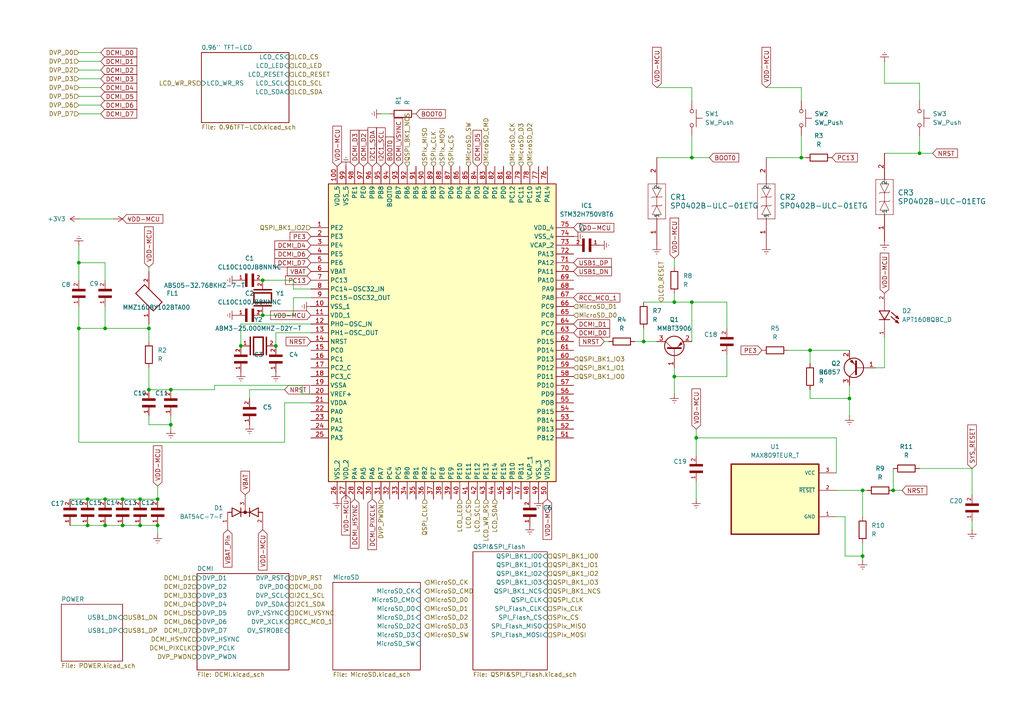
<source format=kicad_sch>
(kicad_sch (version 20250114) (generator "eeschema") (generator_version "9.0")
  (paper "A4")
  (junction (at 232.41 45.72))
  (junction (at 35.56 144.78))
  (junction (at 200.66 45.72))
  (junction (at 69.85 100.33))
  (junction (at 250.19 142.24))
  (junction (at 49.53 113.03))
  (junction (at 76.2 91.44))
  (junction (at 30.48 152.4))
  (junction (at 250.19 161.29))
  (junction (at 45.72 144.78))
  (junction (at 45.72 152.4))
  (junction (at 259.08 142.24))
  (junction (at 25.4 152.4))
  (junction (at 266.7 44.45))
  (junction (at 30.48 95.25))
  (junction (at 201.93 127))
  (junction (at 186.69 99.06))
  (junction (at 22.86 95.25))
  (junction (at 40.64 144.78))
  (junction (at 195.58 87.63))
  (junction (at 35.56 152.4))
  (junction (at 80.01 100.33))
  (junction (at 246.38 115.57))
  (junction (at 49.53 123.19))
  (junction (at 25.4 144.78))
  (junction (at 43.18 95.25))
  (junction (at 200.66 87.63))
  (junction (at 40.64 152.4))
  (junction (at 30.48 144.78))
  (junction (at 43.18 113.03))
  (junction (at 22.86 76.2))
  (junction (at 76.2 81.28))
  (junction (at 195.58 109.22))
  (junction (at 234.95 101.6))
  (wire (pts (xy 49.53 123.19) (xy 49.53 124.46)))
  (wire (pts (xy 82.55 116.84) (xy 90.17 116.84)))
  (wire (pts (xy 266.7 44.45) (xy 270.51 44.45)))
  (wire (pts (xy 186.69 95.25) (xy 186.69 99.06)))
  (wire (pts (xy 80.01 96.52) (xy 80.01 100.33)))
  (wire (pts (xy 43.18 77.47) (xy 43.18 78.74)))
  (wire (pts (xy 245.11 161.29) (xy 250.19 161.29)))
  (wire (pts (xy 256.54 97.79) (xy 256.54 106.68)))
  (wire (pts (xy 222.25 45.72) (xy 232.41 45.72)))
  (wire (pts (xy 82.55 128.27) (xy 82.55 116.84)))
  (wire (pts (xy 250.19 142.24) (xy 251.46 142.24)))
  (wire (pts (xy 246.38 115.57) (xy 246.38 120.65)))
  (wire (pts (xy 256.54 24.13) (xy 266.7 24.13)))
  (wire (pts (xy 43.18 95.25) (xy 43.18 99.06)))
  (wire (pts (xy 242.57 137.16) (xy 242.57 127)))
  (wire (pts (xy 62.23 113.03) (xy 62.23 111.76)))
  (wire (pts (xy 184.15 99.06) (xy 186.69 99.06)))
  (wire (pts (xy 22.86 27.94) (xy 29.21 27.94)))
  (wire (pts (xy 22.86 128.27) (xy 82.55 128.27)))
  (wire (pts (xy 87.63 114.3) (xy 90.17 114.3)))
  (wire (pts (xy 22.86 15.24) (xy 29.21 15.24)))
  (wire (pts (xy 232.41 39.37) (xy 232.41 45.72)))
  (wire (pts (xy 40.64 144.78) (xy 45.72 144.78)))
  (wire (pts (xy 22.86 76.2) (xy 30.48 76.2)))
  (wire (pts (xy 222.25 25.4) (xy 232.41 25.4)))
  (wire (pts (xy 234.95 113.03) (xy 234.95 115.57)))
  (wire (pts (xy 200.66 39.37) (xy 200.66 45.72)))
  (wire (pts (xy 22.86 30.48) (xy 29.21 30.48)))
  (wire (pts (xy 232.41 25.4) (xy 232.41 29.21)))
  (wire (pts (xy 49.53 120.65) (xy 49.53 123.19)))
  (wire (pts (xy 250.19 157.48) (xy 250.19 161.29)))
  (wire (pts (xy 175.26 99.06) (xy 176.53 99.06)))
  (wire (pts (xy 40.64 152.4) (xy 45.72 152.4)))
  (wire (pts (xy 250.19 161.29) (xy 250.19 162.56)))
  (wire (pts (xy 234.95 115.57) (xy 246.38 115.57)))
  (wire (pts (xy 234.95 101.6) (xy 234.95 105.41)))
  (wire (pts (xy 186.69 99.06) (xy 190.5 99.06)))
  (wire (pts (xy 90.17 86.36) (xy 85.09 86.36)))
  (wire (pts (xy 90.17 83.82) (xy 85.09 83.82)))
  (wire (pts (xy 195.58 74.93) (xy 195.58 77.47)))
  (wire (pts (xy 35.56 152.4) (xy 40.64 152.4)))
  (wire (pts (xy 254 106.68) (xy 256.54 106.68)))
  (wire (pts (xy 62.23 111.76) (xy 87.63 111.76)))
  (wire (pts (xy 200.66 87.63) (xy 210.82 87.63)))
  (wire (pts (xy 72.39 113.03) (xy 72.39 115.57)))
  (wire (pts (xy 22.86 22.86) (xy 29.21 22.86)))
  (wire (pts (xy 281.94 135.89) (xy 281.94 143.51)))
  (wire (pts (xy 22.86 25.4) (xy 29.21 25.4)))
  (wire (pts (xy 234.95 101.6) (xy 246.38 101.6)))
  (wire (pts (xy 195.58 87.63) (xy 200.66 87.63)))
  (wire (pts (xy 43.18 93.98) (xy 43.18 95.25)))
  (wire (pts (xy 210.82 87.63) (xy 210.82 95.25)))
  (wire (pts (xy 22.86 20.32) (xy 29.21 20.32)))
  (wire (pts (xy 22.86 17.78) (xy 29.21 17.78)))
  (wire (pts (xy 22.86 71.12) (xy 22.86 76.2)))
  (wire (pts (xy 200.66 99.06) (xy 200.66 87.63)))
  (wire (pts (xy 49.53 113.03) (xy 62.23 113.03)))
  (wire (pts (xy 200.66 45.72) (xy 205.74 45.72)))
  (wire (pts (xy 281.94 151.13) (xy 281.94 153.67)))
  (wire (pts (xy 30.48 81.28) (xy 30.48 76.2)))
  (wire (pts (xy 190.5 45.72) (xy 200.66 45.72)))
  (wire (pts (xy 190.5 25.4) (xy 200.66 25.4)))
  (wire (pts (xy 110.49 33.02) (xy 113.03 33.02)))
  (wire (pts (xy 22.86 33.02) (xy 29.21 33.02)))
  (wire (pts (xy 201.93 127) (xy 201.93 132.08)))
  (wire (pts (xy 256.54 17.78) (xy 256.54 24.13)))
  (wire (pts (xy 246.38 111.76) (xy 246.38 115.57)))
  (wire (pts (xy 266.7 24.13) (xy 266.7 29.21)))
  (wire (pts (xy 82.55 113.03) (xy 72.39 113.03)))
  (wire (pts (xy 201.93 127) (xy 201.93 124.46)))
  (wire (pts (xy 43.18 95.25) (xy 30.48 95.25)))
  (wire (pts (xy 228.6 101.6) (xy 234.95 101.6)))
  (wire (pts (xy 195.58 109.22) (xy 195.58 114.3)))
  (wire (pts (xy 25.4 152.4) (xy 30.48 152.4)))
  (wire (pts (xy 186.69 87.63) (xy 195.58 87.63)))
  (wire (pts (xy 35.56 144.78) (xy 40.64 144.78)))
  (wire (pts (xy 45.72 152.4) (xy 45.72 154.94)))
  (wire (pts (xy 30.48 152.4) (xy 35.56 152.4)))
  (wire (pts (xy 242.57 127) (xy 201.93 127)))
  (wire (pts (xy 25.4 144.78) (xy 30.48 144.78)))
  (wire (pts (xy 30.48 88.9) (xy 30.48 95.25)))
  (wire (pts (xy 232.41 45.72) (xy 233.68 45.72)))
  (wire (pts (xy 195.58 85.09) (xy 195.58 87.63)))
  (wire (pts (xy 250.19 142.24) (xy 250.19 149.86)))
  (wire (pts (xy 90.17 96.52) (xy 80.01 96.52)))
  (wire (pts (xy 266.7 39.37) (xy 266.7 44.45)))
  (wire (pts (xy 200.66 25.4) (xy 200.66 29.21)))
  (wire (pts (xy 85.09 83.82) (xy 85.09 81.28)))
  (wire (pts (xy 43.18 113.03) (xy 49.53 113.03)))
  (wire (pts (xy 242.57 142.24) (xy 250.19 142.24)))
  (wire (pts (xy 22.86 88.9) (xy 22.86 95.25)))
  (wire (pts (xy 256.54 44.45) (xy 266.7 44.45)))
  (wire (pts (xy 210.82 102.87) (xy 210.82 109.22)))
  (wire (pts (xy 22.86 95.25) (xy 30.48 95.25)))
  (wire (pts (xy 20.32 152.4) (xy 25.4 152.4)))
  (wire (pts (xy 266.7 135.89) (xy 281.94 135.89)))
  (wire (pts (xy 195.58 106.68) (xy 195.58 109.22)))
  (wire (pts (xy 90.17 93.98) (xy 69.85 93.98)))
  (wire (pts (xy 85.09 91.44) (xy 76.2 91.44)))
  (wire (pts (xy 85.09 86.36) (xy 85.09 91.44)))
  (wire (pts (xy 22.86 76.2) (xy 22.86 81.28)))
  (wire (pts (xy 20.32 144.78) (xy 25.4 144.78)))
  (wire (pts (xy 45.72 140.97) (xy 45.72 144.78)))
  (wire (pts (xy 85.09 81.28) (xy 76.2 81.28)))
  (wire (pts (xy 201.93 139.7) (xy 201.93 144.78)))
  (wire (pts (xy 43.18 120.65) (xy 43.18 123.19)))
  (wire (pts (xy 242.57 149.86) (xy 245.11 149.86)))
  (wire (pts (xy 22.86 95.25) (xy 22.86 128.27)))
  (wire (pts (xy 87.63 111.76) (xy 87.63 114.3)))
  (wire (pts (xy 259.08 135.89) (xy 259.08 142.24)))
  (wire (pts (xy 195.58 109.22) (xy 210.82 109.22)))
  (wire (pts (xy 261.62 142.24) (xy 259.08 142.24)))
  (wire (pts (xy 43.18 123.19) (xy 49.53 123.19)))
  (wire (pts (xy 69.85 93.98) (xy 69.85 100.33)))
  (wire (pts (xy 22.86 63.5) (xy 33.02 63.5)))
  (wire (pts (xy 43.18 106.68) (xy 43.18 113.03)))
  (wire (pts (xy 30.48 144.78) (xy 35.56 144.78)))
  (wire (pts (xy 245.11 149.86) (xy 245.11 161.29)))
  (global_label "DCMI_D6" (shape input) (at 29.21 30.48 0) (property "Intersheetrefs" "${INTERSHEET_REFS}" (effects (hide yes))))
  (global_label "VDD-MCU" (shape input) (at 45.72 140.97 90) (property "Intersheetrefs" "${INTERSHEET_REFS}" (effects (hide yes))))
  (global_label "VDD-MCU" (shape input) (at 100.33 143.51 270) (property "Intersheetrefs" "${INTERSHEET_REFS}" (effects (hide yes))))
  (global_label "NRST" (shape input) (at 261.62 142.24 0) (property "Intersheetrefs" "${INTERSHEET_REFS}" (effects (hide yes))))
  (global_label "DCMI_D5" (shape input) (at 29.21 27.94 0) (property "Intersheetrefs" "${INTERSHEET_REFS}" (effects (hide yes))))
  (global_label "PE3" (shape input) (at 90.17 68.58 180) (property "Intersheetrefs" "${INTERSHEET_REFS}" (effects (hide yes))))
  (global_label "BOOT0" (shape input) (at 120.65 33.02 0) (property "Intersheetrefs" "${INTERSHEET_REFS}" (effects (hide yes))))
  (global_label "VBAT" (shape input) (at 71.12 143.51 90) (property "Intersheetrefs" "${INTERSHEET_REFS}" (effects (hide yes))))
  (global_label "I2C1_SCL" (shape input) (at 110.49 48.26 90) (property "Intersheetrefs" "${INTERSHEET_REFS}" (effects (hide yes))))
  (global_label "VBAT_Pin" (shape input) (at 66.04 153.67 270) (property "Intersheetrefs" "${INTERSHEET_REFS}" (effects (hide yes))))
  (global_label "VDD-MCU" (shape input) (at 256.54 85.09 90) (property "Intersheetrefs" "${INTERSHEET_REFS}" (effects (hide yes))))
  (global_label "DCMI_D1" (shape input) (at 29.21 17.78 0) (property "Intersheetrefs" "${INTERSHEET_REFS}" (effects (hide yes))))
  (global_label "NRST" (shape input) (at 270.51 44.45 0) (property "Intersheetrefs" "${INTERSHEET_REFS}" (effects (hide yes))))
  (global_label "DCMI_D7" (shape input) (at 29.21 33.02 0) (property "Intersheetrefs" "${INTERSHEET_REFS}" (effects (hide yes))))
  (global_label "DCMI_VSYNC" (shape input) (at 115.57 48.26 90) (property "Intersheetrefs" "${INTERSHEET_REFS}" (effects (hide yes))))
  (global_label "SYS_RESET" (shape input) (at 281.94 135.89 90) (property "Intersheetrefs" "${INTERSHEET_REFS}" (effects (hide yes))))
  (global_label "VDD-MCU" (shape input) (at 201.93 124.46 90) (property "Intersheetrefs" "${INTERSHEET_REFS}" (effects (hide yes))))
  (global_label "VDD-MCU" (shape input) (at 190.5 25.4 90) (property "Intersheetrefs" "${INTERSHEET_REFS}" (effects (hide yes))))
  (global_label "USB1_DN" (shape input) (at 166.37 78.74 0) (property "Intersheetrefs" "${INTERSHEET_REFS}" (effects (hide yes))))
  (global_label "DCMI_D3" (shape input) (at 102.87 48.26 90) (property "Intersheetrefs" "${INTERSHEET_REFS}" (effects (hide yes))))
  (global_label "VDD-MCU" (shape input) (at 90.17 91.44 180) (property "Intersheetrefs" "${INTERSHEET_REFS}" (effects (hide yes))))
  (global_label "DCMI_D2" (shape input) (at 29.21 20.32 0) (property "Intersheetrefs" "${INTERSHEET_REFS}" (effects (hide yes))))
  (global_label "VDD-MCU" (shape input) (at 166.37 66.04 0) (property "Intersheetrefs" "${INTERSHEET_REFS}" (effects (hide yes))))
  (global_label "VDD-MCU" (shape input) (at 43.18 77.47 90) (property "Intersheetrefs" "${INTERSHEET_REFS}" (effects (hide yes))))
  (global_label "VDD-MCU" (shape input) (at 195.58 74.93 90) (property "Intersheetrefs" "${INTERSHEET_REFS}" (effects (hide yes))))
  (global_label "USB1_DP" (shape input) (at 166.37 76.2 0) (property "Intersheetrefs" "${INTERSHEET_REFS}" (effects (hide yes))))
  (global_label "BOOT0" (shape input) (at 113.03 48.26 90) (property "Intersheetrefs" "${INTERSHEET_REFS}" (effects (hide yes))))
  (global_label "PE3" (shape input) (at 220.98 101.6 180) (property "Intersheetrefs" "${INTERSHEET_REFS}" (effects (hide yes))))
  (global_label "DCMI_D2" (shape input) (at 105.41 48.26 90) (property "Intersheetrefs" "${INTERSHEET_REFS}" (effects (hide yes))))
  (global_label "VDD-MCU" (shape input) (at 97.79 48.26 90) (property "Intersheetrefs" "${INTERSHEET_REFS}" (effects (hide yes))))
  (global_label "PC13" (shape input) (at 241.3 45.72 0) (property "Intersheetrefs" "${INTERSHEET_REFS}" (effects (hide yes))))
  (global_label "DCMI_D4" (shape input) (at 90.17 71.12 180) (property "Intersheetrefs" "${INTERSHEET_REFS}" (effects (hide yes))))
  (global_label "DCMI_D5" (shape input) (at 138.43 48.26 90) (property "Intersheetrefs" "${INTERSHEET_REFS}" (effects (hide yes))))
  (global_label "DCMI_PIXCLK" (shape input) (at 107.95 144.78 270) (property "Intersheetrefs" "${INTERSHEET_REFS}" (effects (hide yes))))
  (global_label "RCC_MCO_1" (shape input) (at 166.37 86.36 0) (property "Intersheetrefs" "${INTERSHEET_REFS}" (effects (hide yes))))
  (global_label "DCMI_D0" (shape input) (at 29.21 15.24 0) (property "Intersheetrefs" "${INTERSHEET_REFS}" (effects (hide yes))))
  (global_label "DCMI_D3" (shape input) (at 29.21 22.86 0) (property "Intersheetrefs" "${INTERSHEET_REFS}" (effects (hide yes))))
  (global_label "VDD-MCU" (shape input) (at 76.2 153.67 270) (property "Intersheetrefs" "${INTERSHEET_REFS}" (effects (hide yes))))
  (global_label "NRST" (shape input) (at 90.17 99.06 180) (property "Intersheetrefs" "${INTERSHEET_REFS}" (effects (hide yes))))
  (global_label "VDD-MCU" (shape input) (at 158.75 144.78 270) (property "Intersheetrefs" "${INTERSHEET_REFS}" (effects (hide yes))))
  (global_label "I2C1_SDA" (shape input) (at 107.95 48.26 90) (property "Intersheetrefs" "${INTERSHEET_REFS}" (effects (hide yes))))
  (global_label "VBAT" (shape input) (at 90.17 78.74 180) (property "Intersheetrefs" "${INTERSHEET_REFS}" (effects (hide yes))))
  (global_label "BOOT0" (shape input) (at 205.74 45.72 0) (property "Intersheetrefs" "${INTERSHEET_REFS}" (effects (hide yes))))
  (global_label "VDD-MCU" (shape input) (at 35.56 63.5 0) (property "Intersheetrefs" "${INTERSHEET_REFS}" (effects (hide yes))))
  (global_label "DCMI_D1" (shape input) (at 166.37 93.98 0) (property "Intersheetrefs" "${INTERSHEET_REFS}" (effects (hide yes))))
  (global_label "NRST" (shape input) (at 175.26 99.06 180) (property "Intersheetrefs" "${INTERSHEET_REFS}" (effects (hide yes))))
  (global_label "DCMI_D4" (shape input) (at 29.21 25.4 0) (property "Intersheetrefs" "${INTERSHEET_REFS}" (effects (hide yes))))
  (global_label "DCMI_HSYNC" (shape input) (at 102.87 144.78 270) (property "Intersheetrefs" "${INTERSHEET_REFS}" (effects (hide yes))))
  (global_label "DCMI_D7" (shape input) (at 90.17 76.2 180) (property "Intersheetrefs" "${INTERSHEET_REFS}" (effects (hide yes))))
  (global_label "PC13" (shape input) (at 90.17 81.28 180) (property "Intersheetrefs" "${INTERSHEET_REFS}" (effects (hide yes))))
  (global_label "DCMI_D0" (shape input) (at 166.37 96.52 0) (property "Intersheetrefs" "${INTERSHEET_REFS}" (effects (hide yes))))
  (global_label "NRST" (shape input) (at 82.55 113.03 0) (property "Intersheetrefs" "${INTERSHEET_REFS}" (effects (hide yes))))
  (global_label "VDD-MCU" (shape input) (at 222.25 25.4 90) (property "Intersheetrefs" "${INTERSHEET_REFS}" (effects (hide yes))))
  (global_label "DCMI_D6" (shape input) (at 90.17 73.66 180) (property "Intersheetrefs" "${INTERSHEET_REFS}" (effects (hide yes))))
  (hierarchical_label "DCMI_D0" (shape input) (at 83.82 170.18 0))
  (hierarchical_label "SPIx_CS" (shape input) (at 158.75 179.07 0))
  (hierarchical_label "LCD_SCL" (shape input) (at 83.82 24.13 0))
  (hierarchical_label "MicroSD_D3" (shape input) (at 123.19 181.61 0))
  (hierarchical_label "LCD_CS" (shape input) (at 135.89 144.78 270))
  (hierarchical_label "LCD_SCL" (shape input) (at 138.43 144.78 270))
  (hierarchical_label "MicroSD_D1" (shape input) (at 166.37 88.9 0))
  (hierarchical_label "LCD_SDA" (shape input) (at 83.82 26.67 0))
  (hierarchical_label "SPIx_MOSI" (shape input) (at 128.27 48.26 90))
  (hierarchical_label "SPIx_MISO" (shape input) (at 158.75 181.61 0))
  (hierarchical_label "DCMI_PIXCLK" (shape input) (at 57.15 187.96 180))
  (hierarchical_label "DCMI_HSYNC" (shape input) (at 57.15 185.42 180))
  (hierarchical_label "DCMI_D2" (shape input) (at 57.15 170.18 180))
  (hierarchical_label "USB1_DN" (shape input) (at 35.56 179.07 0))
  (hierarchical_label "USB1_DP" (shape input) (at 35.56 182.88 0))
  (hierarchical_label "DCMI_VSYNC" (shape input) (at 83.82 177.8 0))
  (hierarchical_label "DCMI_D3" (shape input) (at 57.15 172.72 180))
  (hierarchical_label "MicroSD_CK" (shape input) (at 148.59 48.26 90))
  (hierarchical_label "MicroSD_SW" (shape input) (at 123.19 184.15 0))
  (hierarchical_label "DVP_D7" (shape input) (at 22.86 33.02 180))
  (hierarchical_label "LCD_SDA" (shape input) (at 143.51 144.78 270))
  (hierarchical_label "DVP_PWDN" (shape input) (at 57.15 190.5 180))
  (hierarchical_label "SPIx_MOSI" (shape input) (at 158.75 184.15 0))
  (hierarchical_label "RCC_MCO_1" (shape input) (at 83.82 180.34 0))
  (hierarchical_label "DVP_D0" (shape input) (at 22.86 15.24 180))
  (hierarchical_label "MicroSD_SW" (shape input) (at 135.89 48.26 90))
  (hierarchical_label "MicroSD_CK" (shape input) (at 123.19 168.91 0))
  (hierarchical_label "DVP_D3" (shape input) (at 22.86 22.86 180))
  (hierarchical_label "SPIx_CLK" (shape input) (at 125.73 48.26 90))
  (hierarchical_label "QSPI_BK1_IO1" (shape input) (at 158.75 163.83 0))
  (hierarchical_label "MicroSD_D2" (shape input) (at 153.67 48.26 90))
  (hierarchical_label "LCD_RESET" (shape input) (at 191.77 87.63 90))
  (hierarchical_label "QSPI_BK1_NCS" (shape input) (at 118.11 48.26 90))
  (hierarchical_label "MicroSD_D0" (shape input) (at 166.37 91.44 0))
  (hierarchical_label "QSPI_BK1_IO0" (shape input) (at 166.37 109.22 0))
  (hierarchical_label "MicroSD_D3" (shape input) (at 151.13 48.26 90))
  (hierarchical_label "DVP_D2" (shape input) (at 22.86 20.32 180))
  (hierarchical_label "LCD_WR_RS" (shape input) (at 140.97 144.78 270))
  (hierarchical_label "LCD_WR_RS" (shape input) (at 58.42 24.13 180))
  (hierarchical_label "DVP_D1" (shape input) (at 22.86 17.78 180))
  (hierarchical_label "DCMI_D6" (shape input) (at 57.15 180.34 180))
  (hierarchical_label "DCMI_D7" (shape input) (at 57.15 182.88 180))
  (hierarchical_label "DVP_D6" (shape input) (at 22.86 30.48 180))
  (hierarchical_label "SPIx_MISO" (shape input) (at 123.19 48.26 90))
  (hierarchical_label "DVP_RST" (shape input) (at 83.82 167.64 0))
  (hierarchical_label "QSPI_CLK" (shape input) (at 123.19 144.78 270))
  (hierarchical_label "DCMI_D4" (shape input) (at 57.15 175.26 180))
  (hierarchical_label "LCD_LED" (shape input) (at 83.82 19.05 0))
  (hierarchical_label "MicroSD_D0" (shape input) (at 123.19 173.99 0))
  (hierarchical_label "I2C1_SCL" (shape input) (at 83.82 172.72 0))
  (hierarchical_label "QSPI_BK1_IO3" (shape input) (at 166.37 104.14 0))
  (hierarchical_label "QSPI_BK1_IO0" (shape input) (at 158.75 161.29 0))
  (hierarchical_label "QSPI_BK1_IO2" (shape input) (at 90.17 66.04 180))
  (hierarchical_label "DVP_D4" (shape input) (at 22.86 25.4 180))
  (hierarchical_label "MicroSD_CMD" (shape input) (at 123.19 171.45 0))
  (hierarchical_label "LCD_RESET" (shape input) (at 83.82 21.59 0))
  (hierarchical_label "MicroSD_D1" (shape input) (at 123.19 176.53 0))
  (hierarchical_label "LCD_LED" (shape input) (at 133.35 144.78 270))
  (hierarchical_label "QSPI_BK1_IO1" (shape input) (at 166.37 106.68 0))
  (hierarchical_label "DCMI_D1" (shape input) (at 57.15 167.64 180))
  (hierarchical_label "LCD_CS" (shape input) (at 83.82 16.51 0))
  (hierarchical_label "QSPI_CLK" (shape input) (at 158.75 173.99 0))
  (hierarchical_label "MicroSD_D2" (shape input) (at 123.19 179.07 0))
  (hierarchical_label "QSPI_BK1_IO2" (shape input) (at 158.75 166.37 0))
  (hierarchical_label "SPIx_CLK" (shape input) (at 158.75 176.53 0))
  (hierarchical_label "DCMI_D5" (shape input) (at 57.15 177.8 180))
  (hierarchical_label "MicroSD_CMD" (shape input) (at 140.97 48.26 90))
  (hierarchical_label "I2C1_SDA" (shape input) (at 83.82 175.26 0))
  (hierarchical_label "QSPI_BK1_NCS" (shape input) (at 158.75 171.45 0))
  (hierarchical_label "SPIx_CS" (shape input) (at 130.81 48.26 90))
  (hierarchical_label "DVP_PWDN" (shape input) (at 110.49 144.78 270))
  (hierarchical_label "QSPI_BK1_IO3" (shape input) (at 158.75 168.91 0))
  (hierarchical_label "DVP_D5" (shape input) (at 22.86 27.94 180))
  (symbol (lib_id "power:Earth") (at 246.38 120.65 0) (unit 1)
    (property "Reference" "#PWR023" (effects (hide yes)))
    (property "Value" "Earth" (effects (hide yes)))
    (property "Description" "Power symbol creates a global label with name \"Earth\"" (effects (hide yes)))
  )
  (symbol (lib_id "Switch:SW_Push") (at 200.66 34.29 270) (unit 1)
    (property "Reference" "SW1" (at 204.47 33.0199 90) (effects (justify left)))
    (property "Value" "SW_Push" (at 204.47 35.5599 90) (effects (justify left)))
    (property "Footprint" "Button_Switch_SMD:SW_SPST_EVQP7C" (effects (hide yes)))
    (property "Description" "Push button switch, generic, two pins" (effects (hide yes)))
  )
  (symbol (lib_id "Switch:SW_Push") (at 232.41 34.29 270) (unit 1)
    (property "Reference" "SW2" (at 236.22 33.0199 90) (effects (justify left)))
    (property "Value" "SW_Push" (at 236.22 35.5599 90) (effects (justify left)))
    (property "Footprint" "Button_Switch_SMD:SW_SPST_EVQP7C" (effects (hide yes)))
    (property "Description" "Push button switch, generic, two pins" (effects (hide yes)))
  )
  (symbol (lib_id "STM32H750VBT6:STM32H750VBT6") (at 90.17 66.04 0) (unit 1)
    (property "Reference" "IC1" (at 170.18 59.6198 0))
    (property "Value" "STM32H750VBT6" (at 170.18 62.1598 0))
    (property "Footprint" "Package_QFP:LQFP-100_14x14mm_P0.5mm" (effects (hide yes)))
    (property "Datasheet" "https://www.st.com/resource/en/datasheet/stm32h750vb.pdf" (effects (hide yes)))
    (property "Description" "ARM Microcontrollers - MCU High-performance and DSP with DP-FPU, Arm Cortex-M7 MCU with 128 Kbytes of Flash memory, 1MB RAM, 400 MHz CPU, L1 cache, external memory interface, JPEG codec, HW crypto, large set of peripherals" (effects (hide yes)))
    (property "Height" "1.6" (effects (hide yes)))
    (property "Manufacturer_Name" "STMicroelectronics" (effects (hide yes)))
    (property "Manufacturer_Part_Number" "STM32H750VBT6" (effects (hide yes)))
    (property "Mouser Part Number" "511-STM32H750VBT6" (effects (hide yes)))
    (property "Mouser Price/Stock" "https://www.mouser.co.uk/ProductDetail/STMicroelectronics/STM32H750VBT6?qs=%252BEew9%252B0nqrBAeuu%2FsQQSzQ%3D%3D" (effects (hide yes)))
    (property "Arrow Part Number" "STM32H750VBT6" (effects (hide yes)))
    (property "Arrow Price/Stock" "https://www.arrow.com/en/products/stm32h750vbt6/stmicroelectronics?utm_currency=USD&region=nac" (effects (hide yes)))
  )
  (symbol (lib_id "CL10C100JB8NNNC:CL10C100JB8NNNC") (at 71.12 91.44 0) (unit 1)
    (property "Reference" "C2" (at 72.39 85.09 0))
    (property "Value" "CL10C100JB8NNNC" (at 72.39 87.63 0))
    (property "Footprint" "Capacitor_SMD:C_0201_0603Metric" (effects (hide yes)))
    (property "L1_min" "0.1" (effects (hide yes)))
    (property "Check_prices" "https://www.snapeda.com/parts/CL10C100JB8NNNC/Samsung/view-part/?ref=eda" (effects (hide yes)))
    (property "Package" "SMD-2 Samsung" (effects (hide yes)))
    (property "SnapEDA_Link" "https://www.snapeda.com/parts/CL10C100JB8NNNC/Samsung/view-part/?ref=snap" (effects (hide yes)))
    (property "STANDARD" "IPC 7351B" (effects (hide yes)))
    (property "E_min" "0.7" (effects (hide yes)))
    (property "MF" "Samsung" (effects (hide yes)))
    (property "D_min" "1.5" (effects (hide yes)))
    (property "D_nom" "1.6" (effects (hide yes)))
    (property "L_min" "0.1" (effects (hide yes)))
    (property "E_max" "0.9" (effects (hide yes)))
    (property "L_max" "0.5" (effects (hide yes)))
    (property "A_max" "0.9" (effects (hide yes)))
    (property "L1_nom" "0.3" (effects (hide yes)))
    (property "Description_1" "10 pF ±5% 50V Ceramic Capacitor C0G, NP0 0603 (1608 Metric)" (effects (hide yes)))
    (property "D_max" "1.7" (effects (hide yes)))
    (property "A_nom" "0.9" (effects (hide yes)))
    (property "L1_max" "0.5" (effects (hide yes)))
    (property "A_min" "0.9" (effects (hide yes)))
    (property "Availability" "In Stock" (effects (hide yes)))
    (property "MP" "CL10C100JB8NNNC" (effects (hide yes)))
    (property "E_nom" "0.8" (effects (hide yes)))
    (property "MANUFACTURER" "Samsung Electro-Mechanics" (effects (hide yes)))
    (property "Price" "None" (effects (hide yes)))
    (property "L_nom" "0.3" (effects (hide yes)))
  )
  (symbol (lib_id "APT1608QBC_D:APT1608QBC_D") (at 256.54 92.71 270) (unit 1)
    (property "Reference" "D2" (at 261.62 90.1699 90) (effects (justify left)))
    (property "Value" "APT1608QBC_D" (at 261.62 92.7099 90) (effects (justify left)))
    (property "Footprint" "LED_SMD:LED_0201_0603Metric" (effects (hide yes)))
    (property "MF" "Kingbright" (effects (hide yes)))
    (property "MAXIMUM_PACKAGE_HEIGHT" "0.75mm" (effects (hide yes)))
    (property "Package" "0603 Kingbright" (effects (hide yes)))
    (property "Price" "None" (effects (hide yes)))
    (property "Check_prices" "https://www.snapeda.com/parts/APT1608QBC/D/Kingbright/view-part/?ref=eda" (effects (hide yes)))
    (property "STANDARD" "Manufacturer Recommendations" (effects (hide yes)))
    (property "PARTREV" "V.20B" (effects (hide yes)))
    (property "SnapEDA_Link" "https://www.snapeda.com/parts/APT1608QBC/D/Kingbright/view-part/?ref=snap" (effects (hide yes)))
    (property "MP" "APT1608QBC/D" (effects (hide yes)))
    (property "Description_1" "Blue 465nm LED Indication - Discrete 3.3V 0603 (1608 Metric)" (effects (hide yes)))
    (property "Availability" "In Stock" (effects (hide yes)))
    (property "MANUFACTURER" "Kingbright" (effects (hide yes)))
  )
  (symbol (lib_id "power:Earth") (at 45.72 154.94 0) (unit 1)
    (property "Reference" "#PWR018" (effects (hide yes)))
    (property "Value" "Earth" (effects (hide yes)))
    (property "Description" "Power symbol creates a global label with name \"Earth\"" (effects (hide yes)))
  )
  (symbol (lib_id "CL10C100JB8NNNC:CL10C100JB8NNNC") (at 72.39 120.65 90) (unit 1)
    (property "Reference" "C5" (at 76.2 118.1099 90) (effects (justify right)))
    (property "Value" "CL10C100JB8NNNC" (effects (hide yes)))
    (property "Footprint" "Capacitor_SMD:C_0201_0603Metric" (effects (hide yes)))
    (property "L1_min" "0.1" (effects (hide yes)))
    (property "Check_prices" "https://www.snapeda.com/parts/CL10C100JB8NNNC/Samsung/view-part/?ref=eda" (effects (hide yes)))
    (property "Package" "SMD-2 Samsung" (effects (hide yes)))
    (property "SnapEDA_Link" "https://www.snapeda.com/parts/CL10C100JB8NNNC/Samsung/view-part/?ref=snap" (effects (hide yes)))
    (property "STANDARD" "IPC 7351B" (effects (hide yes)))
    (property "E_min" "0.7" (effects (hide yes)))
    (property "MF" "Samsung" (effects (hide yes)))
    (property "D_min" "1.5" (effects (hide yes)))
    (property "D_nom" "1.6" (effects (hide yes)))
    (property "L_min" "0.1" (effects (hide yes)))
    (property "E_max" "0.9" (effects (hide yes)))
    (property "L_max" "0.5" (effects (hide yes)))
    (property "A_max" "0.9" (effects (hide yes)))
    (property "L1_nom" "0.3" (effects (hide yes)))
    (property "Description_1" "10 pF ±5% 50V Ceramic Capacitor C0G, NP0 0603 (1608 Metric)" (effects (hide yes)))
    (property "D_max" "1.7" (effects (hide yes)))
    (property "A_nom" "0.9" (effects (hide yes)))
    (property "L1_max" "0.5" (effects (hide yes)))
    (property "A_min" "0.9" (effects (hide yes)))
    (property "Availability" "In Stock" (effects (hide yes)))
    (property "MP" "CL10C100JB8NNNC" (effects (hide yes)))
    (property "E_nom" "0.8" (effects (hide yes)))
    (property "MANUFACTURER" "Samsung Electro-Mechanics" (effects (hide yes)))
    (property "Price" "None" (effects (hide yes)))
    (property "L_nom" "0.3" (effects (hide yes)))
  )
  (symbol (lib_id "MAX809TEUR_T:MAX809TEUR_T") (at 224.79 144.78 0) (unit 1)
    (property "Reference" "U1" (at 224.79 129.54 0))
    (property "Value" "MAX809TEUR_T" (at 224.79 132.08 0))
    (property "Footprint" "Package_TO_SOT_SMD:SOT-23-3" (effects (hide yes)))
    (property "MF" "Analog Devices" (effects (hide yes)))
    (property "Description_1" "3-Pin Microprocessor Reset Circuits" (effects (hide yes)))
    (property "Package" "SOT-23-3 Maxim Integrated" (effects (hide yes)))
    (property "Price" "None" (effects (hide yes)))
    (property "SnapEDA_Link" "https://www.snapeda.com/parts/MAX809TEUR+T/Analog+Devices/view-part/?ref=snap" (effects (hide yes)))
    (property "MP" "MAX809TEUR+T" (effects (hide yes)))
    (property "Availability" "In Stock" (effects (hide yes)))
    (property "Check_prices" "https://www.snapeda.com/parts/MAX809TEUR+T/Analog+Devices/view-part/?ref=eda" (effects (hide yes)))
  )
  (symbol (lib_id "Device:R") (at 234.95 109.22 0) (unit 1)
    (property "Reference" "R6" (at 237.49 107.9499 0) (effects (justify left)))
    (property "Value" "R" (at 237.49 110.4899 0) (effects (justify left)))
    (property "Footprint" "Resistor_SMD:R_0201_0603Metric" (effects (hide yes)))
    (property "Description" "Resistor" (effects (hide yes)))
  )
  (symbol (lib_id "power:Earth") (at 22.86 71.12 180) (unit 1)
    (property "Reference" "#PWR016" (effects (hide yes)))
    (property "Value" "Earth" (effects (hide yes)))
    (property "Description" "Power symbol creates a global label with name \"Earth\"" (effects (hide yes)))
  )
  (symbol (lib_id "2025-11-16_12-15-03:SP0402B-ULC-01ETG") (at 190.5 71.12 90) (unit 1)
    (property "Reference" "CR1" (at 194.31 57.1499 90) (effects (font (size 1.524 1.524)) (justify right)))
    (property "Value" "SP0402B-ULC-01ETG" (at 194.31 59.6899 90) (effects (font (size 1.524 1.524)) (justify right)))
    (property "Footprint" "SP0402_LTF" (effects (hide yes)))
    (property "Datasheet" "SP0402B-ULC-01ETG" (effects (hide yes)))
  )
  (symbol (lib_id "power:Earth") (at 153.67 152.4 0) (unit 1)
    (property "Reference" "#PWR014" (effects (hide yes)))
    (property "Value" "Earth" (effects (hide yes)))
    (property "Description" "Power symbol creates a global label with name \"Earth\"" (effects (hide yes)))
  )
  (symbol (lib_id "power:Earth") (at 68.58 91.44 270) (unit 1)
    (property "Reference" "#PWR02" (effects (hide yes)))
    (property "Value" "Earth" (effects (hide yes)))
    (property "Description" "Power symbol creates a global label with name \"Earth\"" (effects (hide yes)))
  )
  (symbol (lib_id "power:Earth") (at 110.49 33.02 270) (unit 1)
    (property "Reference" "#PWR06" (effects (hide yes)))
    (property "Value" "Earth" (effects (hide yes)))
    (property "Description" "Power symbol creates a global label with name \"Earth\"" (effects (hide yes)))
  )
  (symbol (lib_id "CL10C100JB8NNNC:CL10C100JB8NNNC") (at 210.82 100.33 90) (unit 1)
    (property "Reference" "C18" (at 204.216 97.028 90) (effects (justify right)))
    (property "Value" "CL10C100JB8NNNC" (effects (hide yes)))
    (property "Footprint" "Capacitor_SMD:C_0201_0603Metric" (effects (hide yes)))
    (property "L1_min" "0.1" (effects (hide yes)))
    (property "Check_prices" "https://www.snapeda.com/parts/CL10C100JB8NNNC/Samsung/view-part/?ref=eda" (effects (hide yes)))
    (property "Package" "SMD-2 Samsung" (effects (hide yes)))
    (property "SnapEDA_Link" "https://www.snapeda.com/parts/CL10C100JB8NNNC/Samsung/view-part/?ref=snap" (effects (hide yes)))
    (property "STANDARD" "IPC 7351B" (effects (hide yes)))
    (property "E_min" "0.7" (effects (hide yes)))
    (property "MF" "Samsung" (effects (hide yes)))
    (property "D_min" "1.5" (effects (hide yes)))
    (property "D_nom" "1.6" (effects (hide yes)))
    (property "L_min" "0.1" (effects (hide yes)))
    (property "E_max" "0.9" (effects (hide yes)))
    (property "L_max" "0.5" (effects (hide yes)))
    (property "A_max" "0.9" (effects (hide yes)))
    (property "L1_nom" "0.3" (effects (hide yes)))
    (property "Description_1" "10 pF ±5% 50V Ceramic Capacitor C0G, NP0 0603 (1608 Metric)" (effects (hide yes)))
    (property "D_max" "1.7" (effects (hide yes)))
    (property "A_nom" "0.9" (effects (hide yes)))
    (property "L1_max" "0.5" (effects (hide yes)))
    (property "A_min" "0.9" (effects (hide yes)))
    (property "Availability" "In Stock" (effects (hide yes)))
    (property "MP" "CL10C100JB8NNNC" (effects (hide yes)))
    (property "E_nom" "0.8" (effects (hide yes)))
    (property "MANUFACTURER" "Samsung Electro-Mechanics" (effects (hide yes)))
    (property "Price" "None" (effects (hide yes)))
    (property "L_nom" "0.3" (effects (hide yes)))
  )
  (symbol (lib_id "power:Earth") (at 49.53 124.46 0) (unit 1)
    (property "Reference" "#PWR017" (effects (hide yes)))
    (property "Value" "Earth" (effects (hide yes)))
    (property "Description" "Power symbol creates a global label with name \"Earth\"" (effects (hide yes)))
  )
  (symbol (lib_id "power:Earth") (at 173.99 71.12 90) (unit 1)
    (property "Reference" "#PWR015" (effects (hide yes)))
    (property "Value" "Earth" (effects (hide yes)))
    (property "Description" "Power symbol creates a global label with name \"Earth\"" (effects (hide yes)))
  )
  (symbol (lib_id "CL10C100JB8NNNC:CL10C100JB8NNNC") (at 25.4 149.86 90) (unit 1)
    (property "Reference" "C16" (at 20.32 145.796 90) (effects (justify right)))
    (property "Value" "CL10C100JB8NNNC" (effects (hide yes)))
    (property "Footprint" "Capacitor_SMD:C_0201_0603Metric" (effects (hide yes)))
    (property "L1_min" "0.1" (effects (hide yes)))
    (property "Check_prices" "https://www.snapeda.com/parts/CL10C100JB8NNNC/Samsung/view-part/?ref=eda" (effects (hide yes)))
    (property "Package" "SMD-2 Samsung" (effects (hide yes)))
    (property "SnapEDA_Link" "https://www.snapeda.com/parts/CL10C100JB8NNNC/Samsung/view-part/?ref=snap" (effects (hide yes)))
    (property "STANDARD" "IPC 7351B" (effects (hide yes)))
    (property "E_min" "0.7" (effects (hide yes)))
    (property "MF" "Samsung" (effects (hide yes)))
    (property "D_min" "1.5" (effects (hide yes)))
    (property "D_nom" "1.6" (effects (hide yes)))
    (property "L_min" "0.1" (effects (hide yes)))
    (property "E_max" "0.9" (effects (hide yes)))
    (property "L_max" "0.5" (effects (hide yes)))
    (property "A_max" "0.9" (effects (hide yes)))
    (property "L1_nom" "0.3" (effects (hide yes)))
    (property "Description_1" "10 pF ±5% 50V Ceramic Capacitor C0G, NP0 0603 (1608 Metric)" (effects (hide yes)))
    (property "D_max" "1.7" (effects (hide yes)))
    (property "A_nom" "0.9" (effects (hide yes)))
    (property "L1_max" "0.5" (effects (hide yes)))
    (property "A_min" "0.9" (effects (hide yes)))
    (property "Availability" "In Stock" (effects (hide yes)))
    (property "MP" "CL10C100JB8NNNC" (effects (hide yes)))
    (property "E_nom" "0.8" (effects (hide yes)))
    (property "MANUFACTURER" "Samsung Electro-Mechanics" (effects (hide yes)))
    (property "Price" "None" (effects (hide yes)))
    (property "L_nom" "0.3" (effects (hide yes)))
  )
  (symbol (lib_id "CL10C100JB8NNNC:CL10C100JB8NNNC") (at 43.18 118.11 90) (unit 1)
    (property "Reference" "C10" (at 38.608 114.046 90) (effects (justify right)))
    (property "Value" "CL10C100JB8NNNC" (effects (hide yes)))
    (property "Footprint" "Capacitor_SMD:C_0201_0603Metric" (effects (hide yes)))
    (property "L1_min" "0.1" (effects (hide yes)))
    (property "Check_prices" "https://www.snapeda.com/parts/CL10C100JB8NNNC/Samsung/view-part/?ref=eda" (effects (hide yes)))
    (property "Package" "SMD-2 Samsung" (effects (hide yes)))
    (property "SnapEDA_Link" "https://www.snapeda.com/parts/CL10C100JB8NNNC/Samsung/view-part/?ref=snap" (effects (hide yes)))
    (property "STANDARD" "IPC 7351B" (effects (hide yes)))
    (property "E_min" "0.7" (effects (hide yes)))
    (property "MF" "Samsung" (effects (hide yes)))
    (property "D_min" "1.5" (effects (hide yes)))
    (property "D_nom" "1.6" (effects (hide yes)))
    (property "L_min" "0.1" (effects (hide yes)))
    (property "E_max" "0.9" (effects (hide yes)))
    (property "L_max" "0.5" (effects (hide yes)))
    (property "A_max" "0.9" (effects (hide yes)))
    (property "L1_nom" "0.3" (effects (hide yes)))
    (property "Description_1" "10 pF ±5% 50V Ceramic Capacitor C0G, NP0 0603 (1608 Metric)" (effects (hide yes)))
    (property "D_max" "1.7" (effects (hide yes)))
    (property "A_nom" "0.9" (effects (hide yes)))
    (property "L1_max" "0.5" (effects (hide yes)))
    (property "A_min" "0.9" (effects (hide yes)))
    (property "Availability" "In Stock" (effects (hide yes)))
    (property "MP" "CL10C100JB8NNNC" (effects (hide yes)))
    (property "E_nom" "0.8" (effects (hide yes)))
    (property "MANUFACTURER" "Samsung Electro-Mechanics" (effects (hide yes)))
    (property "Price" "None" (effects (hide yes)))
    (property "L_nom" "0.3" (effects (hide yes)))
  )
  (symbol (lib_id "ABM3-25.000MHZ-D2Y-T:ABM3-25.000MHZ-D2Y-T") (at 74.93 100.33 0) (unit 1)
    (property "Reference" "Y2" (at 74.93 92.71 0))
    (property "Value" "ABM3-25.000MHZ-D2Y-T" (at 74.93 95.25 0))
    (property "Footprint" "Crystal:Crystal_SMD_3215-2Pin_3.2x1.5mm" (effects (hide yes)))
    (property "MF" "Abracon" (effects (hide yes)))
    (property "MAXIMUM_PACKAGE_HEIGHT" "1.3 mm" (effects (hide yes)))
    (property "Package" "SMD-2 Abracon" (effects (hide yes)))
    (property "Price" "None" (effects (hide yes)))
    (property "Check_prices" "https://www.snapeda.com/parts/ABM3-25.000MHZ-D2Y-T/Abracon/view-part/?ref=eda" (effects (hide yes)))
    (property "STANDARD" "Manufacturer Recommendations" (effects (hide yes)))
    (property "PARTREV" "4/25/2022" (effects (hide yes)))
    (property "SnapEDA_Link" "https://www.snapeda.com/parts/ABM3-25.000MHZ-D2Y-T/Abracon/view-part/?ref=snap" (effects (hide yes)))
    (property "MP" "ABM3-25.000MHZ-D2Y-T" (effects (hide yes)))
    (property "Description_1" "25 MHz ±20ppm Crystal 18pF 30 Ohms 2-SMD, No Lead" (effects (hide yes)))
    (property "Availability" "In Stock" (effects (hide yes)))
    (property "MANUFACTURER" "Abracon" (effects (hide yes)))
  )
  (symbol (lib_id "power:Earth") (at 100.33 48.26 180) (unit 1)
    (property "Reference" "#PWR011" (effects (hide yes)))
    (property "Value" "Earth" (effects (hide yes)))
    (property "Description" "Power symbol creates a global label with name \"Earth\"" (effects (hide yes)))
  )
  (symbol (lib_id "CL10C100JB8NNNC:CL10C100JB8NNNC") (at 30.48 149.86 90) (unit 1)
    (property "Reference" "C15" (at 25.654 145.796 90) (effects (justify right)))
    (property "Value" "CL10C100JB8NNNC" (effects (hide yes)))
    (property "Footprint" "Capacitor_SMD:C_0201_0603Metric" (effects (hide yes)))
    (property "L1_min" "0.1" (effects (hide yes)))
    (property "Check_prices" "https://www.snapeda.com/parts/CL10C100JB8NNNC/Samsung/view-part/?ref=eda" (effects (hide yes)))
    (property "Package" "SMD-2 Samsung" (effects (hide yes)))
    (property "SnapEDA_Link" "https://www.snapeda.com/parts/CL10C100JB8NNNC/Samsung/view-part/?ref=snap" (effects (hide yes)))
    (property "STANDARD" "IPC 7351B" (effects (hide yes)))
    (property "E_min" "0.7" (effects (hide yes)))
    (property "MF" "Samsung" (effects (hide yes)))
    (property "D_min" "1.5" (effects (hide yes)))
    (property "D_nom" "1.6" (effects (hide yes)))
    (property "L_min" "0.1" (effects (hide yes)))
    (property "E_max" "0.9" (effects (hide yes)))
    (property "L_max" "0.5" (effects (hide yes)))
    (property "A_max" "0.9" (effects (hide yes)))
    (property "L1_nom" "0.3" (effects (hide yes)))
    (property "Description_1" "10 pF ±5% 50V Ceramic Capacitor C0G, NP0 0603 (1608 Metric)" (effects (hide yes)))
    (property "D_max" "1.7" (effects (hide yes)))
    (property "A_nom" "0.9" (effects (hide yes)))
    (property "L1_max" "0.5" (effects (hide yes)))
    (property "A_min" "0.9" (effects (hide yes)))
    (property "Availability" "In Stock" (effects (hide yes)))
    (property "MP" "CL10C100JB8NNNC" (effects (hide yes)))
    (property "E_nom" "0.8" (effects (hide yes)))
    (property "MANUFACTURER" "Samsung Electro-Mechanics" (effects (hide yes)))
    (property "Price" "None" (effects (hide yes)))
    (property "L_nom" "0.3" (effects (hide yes)))
  )
  (symbol (lib_id "power:Earth") (at 256.54 69.85 0) (unit 1)
    (property "Reference" "#PWR022" (effects (hide yes)))
    (property "Value" "Earth" (effects (hide yes)))
    (property "Description" "Power symbol creates a global label with name \"Earth\"" (effects (hide yes)))
  )
  (symbol (lib_id "CL10C100JB8NNNC:CL10C100JB8NNNC") (at 45.72 149.86 90) (unit 1)
    (property "Reference" "C12" (at 40.894 145.796 90) (effects (justify right)))
    (property "Value" "CL10C100JB8NNNC" (effects (hide yes)))
    (property "Footprint" "Capacitor_SMD:C_0201_0603Metric" (effects (hide yes)))
    (property "L1_min" "0.1" (effects (hide yes)))
    (property "Check_prices" "https://www.snapeda.com/parts/CL10C100JB8NNNC/Samsung/view-part/?ref=eda" (effects (hide yes)))
    (property "Package" "SMD-2 Samsung" (effects (hide yes)))
    (property "SnapEDA_Link" "https://www.snapeda.com/parts/CL10C100JB8NNNC/Samsung/view-part/?ref=snap" (effects (hide yes)))
    (property "STANDARD" "IPC 7351B" (effects (hide yes)))
    (property "E_min" "0.7" (effects (hide yes)))
    (property "MF" "Samsung" (effects (hide yes)))
    (property "D_min" "1.5" (effects (hide yes)))
    (property "D_nom" "1.6" (effects (hide yes)))
    (property "L_min" "0.1" (effects (hide yes)))
    (property "E_max" "0.9" (effects (hide yes)))
    (property "L_max" "0.5" (effects (hide yes)))
    (property "A_max" "0.9" (effects (hide yes)))
    (property "L1_nom" "0.3" (effects (hide yes)))
    (property "Description_1" "10 pF ±5% 50V Ceramic Capacitor C0G, NP0 0603 (1608 Metric)" (effects (hide yes)))
    (property "D_max" "1.7" (effects (hide yes)))
    (property "A_nom" "0.9" (effects (hide yes)))
    (property "L1_max" "0.5" (effects (hide yes)))
    (property "A_min" "0.9" (effects (hide yes)))
    (property "Availability" "In Stock" (effects (hide yes)))
    (property "MP" "CL10C100JB8NNNC" (effects (hide yes)))
    (property "E_nom" "0.8" (effects (hide yes)))
    (property "MANUFACTURER" "Samsung Electro-Mechanics" (effects (hide yes)))
    (property "Price" "None" (effects (hide yes)))
    (property "L_nom" "0.3" (effects (hide yes)))
  )
  (symbol (lib_id "CL10C100JB8NNNC:CL10C100JB8NNNC") (at 171.45 71.12 180) (unit 1)
    (property "Reference" "C7" (at 168.9099 67.31 90) (effects (justify right)))
    (property "Value" "CL10C100JB8NNNC" (effects (hide yes)))
    (property "Footprint" "Capacitor_SMD:C_0201_0603Metric" (effects (hide yes)))
    (property "L1_min" "0.1" (effects (hide yes)))
    (property "Check_prices" "https://www.snapeda.com/parts/CL10C100JB8NNNC/Samsung/view-part/?ref=eda" (effects (hide yes)))
    (property "Package" "SMD-2 Samsung" (effects (hide yes)))
    (property "SnapEDA_Link" "https://www.snapeda.com/parts/CL10C100JB8NNNC/Samsung/view-part/?ref=snap" (effects (hide yes)))
    (property "STANDARD" "IPC 7351B" (effects (hide yes)))
    (property "E_min" "0.7" (effects (hide yes)))
    (property "MF" "Samsung" (effects (hide yes)))
    (property "D_min" "1.5" (effects (hide yes)))
    (property "D_nom" "1.6" (effects (hide yes)))
    (property "L_min" "0.1" (effects (hide yes)))
    (property "E_max" "0.9" (effects (hide yes)))
    (property "L_max" "0.5" (effects (hide yes)))
    (property "A_max" "0.9" (effects (hide yes)))
    (property "L1_nom" "0.3" (effects (hide yes)))
    (property "Description_1" "10 pF ±5% 50V Ceramic Capacitor C0G, NP0 0603 (1608 Metric)" (effects (hide yes)))
    (property "D_max" "1.7" (effects (hide yes)))
    (property "A_nom" "0.9" (effects (hide yes)))
    (property "L1_max" "0.5" (effects (hide yes)))
    (property "A_min" "0.9" (effects (hide yes)))
    (property "Availability" "In Stock" (effects (hide yes)))
    (property "MP" "CL10C100JB8NNNC" (effects (hide yes)))
    (property "E_nom" "0.8" (effects (hide yes)))
    (property "MANUFACTURER" "Samsung Electro-Mechanics" (effects (hide yes)))
    (property "Price" "None" (effects (hide yes)))
    (property "L_nom" "0.3" (effects (hide yes)))
  )
  (symbol (lib_id "CL10C100JB8NNNC:CL10C100JB8NNNC") (at 35.56 149.86 90) (unit 1)
    (property "Reference" "C14" (at 30.734 145.796 90) (effects (justify right)))
    (property "Value" "CL10C100JB8NNNC" (effects (hide yes)))
    (property "Footprint" "Capacitor_SMD:C_0201_0603Metric" (effects (hide yes)))
    (property "L1_min" "0.1" (effects (hide yes)))
    (property "Check_prices" "https://www.snapeda.com/parts/CL10C100JB8NNNC/Samsung/view-part/?ref=eda" (effects (hide yes)))
    (property "Package" "SMD-2 Samsung" (effects (hide yes)))
    (property "SnapEDA_Link" "https://www.snapeda.com/parts/CL10C100JB8NNNC/Samsung/view-part/?ref=snap" (effects (hide yes)))
    (property "STANDARD" "IPC 7351B" (effects (hide yes)))
    (property "E_min" "0.7" (effects (hide yes)))
    (property "MF" "Samsung" (effects (hide yes)))
    (property "D_min" "1.5" (effects (hide yes)))
    (property "D_nom" "1.6" (effects (hide yes)))
    (property "L_min" "0.1" (effects (hide yes)))
    (property "E_max" "0.9" (effects (hide yes)))
    (property "L_max" "0.5" (effects (hide yes)))
    (property "A_max" "0.9" (effects (hide yes)))
    (property "L1_nom" "0.3" (effects (hide yes)))
    (property "Description_1" "10 pF ±5% 50V Ceramic Capacitor C0G, NP0 0603 (1608 Metric)" (effects (hide yes)))
    (property "D_max" "1.7" (effects (hide yes)))
    (property "A_nom" "0.9" (effects (hide yes)))
    (property "L1_max" "0.5" (effects (hide yes)))
    (property "A_min" "0.9" (effects (hide yes)))
    (property "Availability" "In Stock" (effects (hide yes)))
    (property "MP" "CL10C100JB8NNNC" (effects (hide yes)))
    (property "E_nom" "0.8" (effects (hide yes)))
    (property "MANUFACTURER" "Samsung Electro-Mechanics" (effects (hide yes)))
    (property "Price" "None" (effects (hide yes)))
    (property "L_nom" "0.3" (effects (hide yes)))
  )
  (symbol (lib_id "Transistor_BJT:BC857") (at 248.92 106.68 180) (unit 1)
    (property "Reference" "Q2" (at 243.84 105.4099 0) (effects (justify left)))
    (property "Value" "BC857" (at 243.84 107.9499 0) (effects (justify left)))
    (property "Footprint" "Package_TO_SOT_SMD:SOT-23" (effects (hide yes)))
    (property "Datasheet" "https://www.onsemi.com/pub/Collateral/BC860-D.pdf" (effects (hide yes)))
    (property "Description" "0.1A Ic, 45V Vce, PNP Transistor, SOT-23" (effects (hide yes)))
  )
  (symbol (lib_id "power:Earth") (at 201.93 144.78 0) (unit 1)
    (property "Reference" "#PWR025" (effects (hide yes)))
    (property "Value" "Earth" (effects (hide yes)))
    (property "Description" "Power symbol creates a global label with name \"Earth\"" (effects (hide yes)))
  )
  (symbol (lib_id "Switch:SW_Push") (at 266.7 34.29 270) (unit 1)
    (property "Reference" "SW3" (at 270.51 33.0199 90) (effects (justify left)))
    (property "Value" "SW_Push" (at 270.51 35.5599 90) (effects (justify left)))
    (property "Footprint" "Button_Switch_SMD:SW_SPST_EVQP7C" (effects (hide yes)))
    (property "Description" "Push button switch, generic, two pins" (effects (hide yes)))
  )
  (symbol (lib_id "power:Earth") (at 256.54 17.78 180) (unit 1)
    (property "Reference" "#PWR019" (effects (hide yes)))
    (property "Value" "Earth" (effects (hide yes)))
    (property "Description" "Power symbol creates a global label with name \"Earth\"" (effects (hide yes)))
  )
  (symbol (lib_id "MMZ1608Y102BTA00:MMZ1608Y102BTA00") (at 43.18 86.36 90) (unit 1)
    (property "Reference" "FL1" (at 48.26 85.0899 90) (effects (justify right)))
    (property "Value" "MMZ1608Y102BTA00" (at 35.56 89.154 90) (effects (justify right)))
    (property "Footprint" "Inductor_SMD:L_0603_1608Metric" (effects (hide yes)))
    (property "MF" "TDK" (effects (hide yes)))
    (property "Description_1" "1 kOhms @ 100 MHz 1 Signal Line Ferrite Bead 0603 (1608 Metric) 400mA 500mOhm" (effects (hide yes)))
    (property "Package" "0603 TDK" (effects (hide yes)))
    (property "Price" "None" (effects (hide yes)))
    (property "Check_prices" "https://www.snapeda.com/parts/MMZ1608Y102BTA00/TDK/view-part/?ref=eda" (effects (hide yes)))
    (property "SnapEDA_Link" "https://www.snapeda.com/parts/MMZ1608Y102BTA00/TDK/view-part/?ref=snap" (effects (hide yes)))
    (property "MP" "MMZ1608Y102BTA00" (effects (hide yes)))
    (property "Availability" "In Stock" (effects (hide yes)))
    (property "Purchase-URL" "https://pricing.snapeda.com/search/part/MMZ1608Y102BTA00/?ref=eda" (effects (hide yes)))
  )
  (symbol (lib_id "power:Earth") (at 190.5 71.12 0) (unit 1)
    (property "Reference" "#PWR020" (effects (hide yes)))
    (property "Value" "Earth" (effects (hide yes)))
    (property "Description" "Power symbol creates a global label with name \"Earth\"" (effects (hide yes)))
  )
  (symbol (lib_id "power:Earth") (at 250.19 162.56 0) (unit 1)
    (property "Reference" "#PWR026" (effects (hide yes)))
    (property "Value" "Earth" (effects (hide yes)))
    (property "Description" "Power symbol creates a global label with name \"Earth\"" (effects (hide yes)))
  )
  (symbol (lib_id "power:Earth") (at 69.85 107.95 0) (unit 1)
    (property "Reference" "#PWR03" (effects (hide yes)))
    (property "Value" "Earth" (effects (hide yes)))
    (property "Description" "Power symbol creates a global label with name \"Earth\"" (effects (hide yes)))
  )
  (symbol (lib_id "Device:R") (at 255.27 142.24 90) (unit 1)
    (property "Reference" "R9" (at 255.27 135.89 90))
    (property "Value" "R" (at 255.27 138.43 90))
    (property "Footprint" "Resistor_SMD:R_0201_0603Metric" (effects (hide yes)))
    (property "Description" "Resistor" (effects (hide yes)))
  )
  (symbol (lib_id "power:+3V3") (at 22.86 63.5 90) (unit 1)
    (property "Reference" "#PWR012" (effects (hide yes)))
    (property "Value" "+3V3" (at 19.05 63.4999 90) (effects (justify left)))
    (property "Description" "Power symbol creates a global label with name \"+3V3\"" (effects (hide yes)))
  )
  (symbol (lib_id "CL10C100JB8NNNC:CL10C100JB8NNNC") (at 201.93 137.16 90) (unit 1)
    (property "Reference" "C19" (at 195.326 133.858 90) (effects (justify right)))
    (property "Value" "CL10C100JB8NNNC" (effects (hide yes)))
    (property "Footprint" "Capacitor_SMD:C_0201_0603Metric" (effects (hide yes)))
    (property "L1_min" "0.1" (effects (hide yes)))
    (property "Check_prices" "https://www.snapeda.com/parts/CL10C100JB8NNNC/Samsung/view-part/?ref=eda" (effects (hide yes)))
    (property "Package" "SMD-2 Samsung" (effects (hide yes)))
    (property "SnapEDA_Link" "https://www.snapeda.com/parts/CL10C100JB8NNNC/Samsung/view-part/?ref=snap" (effects (hide yes)))
    (property "STANDARD" "IPC 7351B" (effects (hide yes)))
    (property "E_min" "0.7" (effects (hide yes)))
    (property "MF" "Samsung" (effects (hide yes)))
    (property "D_min" "1.5" (effects (hide yes)))
    (property "D_nom" "1.6" (effects (hide yes)))
    (property "L_min" "0.1" (effects (hide yes)))
    (property "E_max" "0.9" (effects (hide yes)))
    (property "L_max" "0.5" (effects (hide yes)))
    (property "A_max" "0.9" (effects (hide yes)))
    (property "L1_nom" "0.3" (effects (hide yes)))
    (property "Description_1" "10 pF ±5% 50V Ceramic Capacitor C0G, NP0 0603 (1608 Metric)" (effects (hide yes)))
    (property "D_max" "1.7" (effects (hide yes)))
    (property "A_nom" "0.9" (effects (hide yes)))
    (property "L1_max" "0.5" (effects (hide yes)))
    (property "A_min" "0.9" (effects (hide yes)))
    (property "Availability" "In Stock" (effects (hide yes)))
    (property "MP" "CL10C100JB8NNNC" (effects (hide yes)))
    (property "E_nom" "0.8" (effects (hide yes)))
    (property "MANUFACTURER" "Samsung Electro-Mechanics" (effects (hide yes)))
    (property "Price" "None" (effects (hide yes)))
    (property "L_nom" "0.3" (effects (hide yes)))
  )
  (symbol (lib_id "Device:R") (at 262.89 135.89 90) (unit 1)
    (property "Reference" "R11" (at 262.89 129.54 90))
    (property "Value" "R" (at 262.89 132.08 90))
    (property "Footprint" "Resistor_SMD:R_0201_0603Metric" (effects (hide yes)))
    (property "Description" "Resistor" (effects (hide yes)))
  )
  (symbol (lib_id "CL10C100JB8NNNC:CL10C100JB8NNNC") (at 22.86 86.36 90) (unit 1)
    (property "Reference" "C8" (at 17.78 82.55 90) (effects (justify right)))
    (property "Value" "CL10C100JB8NNNC" (effects (hide yes)))
    (property "Footprint" "Capacitor_SMD:C_0201_0603Metric" (effects (hide yes)))
    (property "L1_min" "0.1" (effects (hide yes)))
    (property "Check_prices" "https://www.snapeda.com/parts/CL10C100JB8NNNC/Samsung/view-part/?ref=eda" (effects (hide yes)))
    (property "Package" "SMD-2 Samsung" (effects (hide yes)))
    (property "SnapEDA_Link" "https://www.snapeda.com/parts/CL10C100JB8NNNC/Samsung/view-part/?ref=snap" (effects (hide yes)))
    (property "STANDARD" "IPC 7351B" (effects (hide yes)))
    (property "E_min" "0.7" (effects (hide yes)))
    (property "MF" "Samsung" (effects (hide yes)))
    (property "D_min" "1.5" (effects (hide yes)))
    (property "D_nom" "1.6" (effects (hide yes)))
    (property "L_min" "0.1" (effects (hide yes)))
    (property "E_max" "0.9" (effects (hide yes)))
    (property "L_max" "0.5" (effects (hide yes)))
    (property "A_max" "0.9" (effects (hide yes)))
    (property "L1_nom" "0.3" (effects (hide yes)))
    (property "Description_1" "10 pF ±5% 50V Ceramic Capacitor C0G, NP0 0603 (1608 Metric)" (effects (hide yes)))
    (property "D_max" "1.7" (effects (hide yes)))
    (property "A_nom" "0.9" (effects (hide yes)))
    (property "L1_max" "0.5" (effects (hide yes)))
    (property "A_min" "0.9" (effects (hide yes)))
    (property "Availability" "In Stock" (effects (hide yes)))
    (property "MP" "CL10C100JB8NNNC" (effects (hide yes)))
    (property "E_nom" "0.8" (effects (hide yes)))
    (property "MANUFACTURER" "Samsung Electro-Mechanics" (effects (hide yes)))
    (property "Price" "None" (effects (hide yes)))
    (property "L_nom" "0.3" (effects (hide yes)))
  )
  (symbol (lib_id "CL10C100JB8NNNC:CL10C100JB8NNNC") (at 40.64 149.86 90) (unit 1)
    (property "Reference" "C13" (at 35.814 145.796 90) (effects (justify right)))
    (property "Value" "CL10C100JB8NNNC" (effects (hide yes)))
    (property "Footprint" "Capacitor_SMD:C_0201_0603Metric" (effects (hide yes)))
    (property "L1_min" "0.1" (effects (hide yes)))
    (property "Check_prices" "https://www.snapeda.com/parts/CL10C100JB8NNNC/Samsung/view-part/?ref=eda" (effects (hide yes)))
    (property "Package" "SMD-2 Samsung" (effects (hide yes)))
    (property "SnapEDA_Link" "https://www.snapeda.com/parts/CL10C100JB8NNNC/Samsung/view-part/?ref=snap" (effects (hide yes)))
    (property "STANDARD" "IPC 7351B" (effects (hide yes)))
    (property "E_min" "0.7" (effects (hide yes)))
    (property "MF" "Samsung" (effects (hide yes)))
    (property "D_min" "1.5" (effects (hide yes)))
    (property "D_nom" "1.6" (effects (hide yes)))
    (property "L_min" "0.1" (effects (hide yes)))
    (property "E_max" "0.9" (effects (hide yes)))
    (property "L_max" "0.5" (effects (hide yes)))
    (property "A_max" "0.9" (effects (hide yes)))
    (property "L1_nom" "0.3" (effects (hide yes)))
    (property "Description_1" "10 pF ±5% 50V Ceramic Capacitor C0G, NP0 0603 (1608 Metric)" (effects (hide yes)))
    (property "D_max" "1.7" (effects (hide yes)))
    (property "A_nom" "0.9" (effects (hide yes)))
    (property "L1_max" "0.5" (effects (hide yes)))
    (property "A_min" "0.9" (effects (hide yes)))
    (property "Availability" "In Stock" (effects (hide yes)))
    (property "MP" "CL10C100JB8NNNC" (effects (hide yes)))
    (property "E_nom" "0.8" (effects (hide yes)))
    (property "MANUFACTURER" "Samsung Electro-Mechanics" (effects (hide yes)))
    (property "Price" "None" (effects (hide yes)))
    (property "L_nom" "0.3" (effects (hide yes)))
  )
  (symbol (lib_id "power:Earth") (at 166.37 68.58 90) (unit 1)
    (property "Reference" "#PWR010" (effects (hide yes)))
    (property "Value" "Earth" (effects (hide yes)))
    (property "Description" "Power symbol creates a global label with name \"Earth\"" (effects (hide yes)))
  )
  (symbol (lib_id "power:Earth") (at 156.21 144.78 0) (unit 1)
    (property "Reference" "#PWR09" (effects (hide yes)))
    (property "Value" "Earth" (effects (hide yes)))
    (property "Description" "Power symbol creates a global label with name \"Earth\"" (effects (hide yes)))
  )
  (symbol (lib_id "ABS05-32.768KHZ-7-T:ABS05-32.768KHZ-7-T") (at 76.2 86.36 90) (unit 1)
    (property "Reference" "Y1" (at 80.01 85.0899 90) (effects (justify right)))
    (property "Value" "ABS05-32.768KHZ-7-T" (at 47.498 82.804 90) (effects (justify right)))
    (property "Footprint" "Crystal:Crystal_SMD_3215-2Pin_3.2x1.5mm" (effects (hide yes)))
    (property "MF" "Abracon Corporation" (effects (hide yes)))
    (property "MAXIMUM_PACKAGE_HEIGHT" "0.5 mm" (effects (hide yes)))
    (property "Package" "Package" (effects (hide yes)))
    (property "Price" "None" (effects (hide yes)))
    (property "Check_prices" "https://www.snapeda.com/parts/ABS05-32.768KHZ-7-T/Abracon/view-part/?ref=eda" (effects (hide yes)))
    (property "STANDARD" "Manufacturer Recommendations" (effects (hide yes)))
    (property "PARTREV" "11/3/2021" (effects (hide yes)))
    (property "SnapEDA_Link" "https://www.snapeda.com/parts/ABS05-32.768KHZ-7-T/Abracon/view-part/?ref=snap" (effects (hide yes)))
    (property "MP" "ABS05-32.768KHZ-7-T" (effects (hide yes)))
    (property "Description_1" "Crystal 0.032768MHz ±20ppm (Tol) 7pF FUND 90000Ohm 2-Pin CSMD T/R" (effects (hide yes)))
    (property "Availability" "In Stock" (effects (hide yes)))
    (property "MANUFACTURER" "Abracon" (effects (hide yes)))
  )
  (symbol (lib_id "CL10C100JB8NNNC:CL10C100JB8NNNC") (at 69.85 105.41 90) (unit 1)
    (property "Reference" "C3" (at 73.66 102.8699 90) (effects (justify right)))
    (property "Value" "CL10C100JB8NNNC" (effects (hide yes)))
    (property "Footprint" "Capacitor_SMD:C_0201_0603Metric" (effects (hide yes)))
    (property "L1_min" "0.1" (effects (hide yes)))
    (property "Check_prices" "https://www.snapeda.com/parts/CL10C100JB8NNNC/Samsung/view-part/?ref=eda" (effects (hide yes)))
    (property "Package" "SMD-2 Samsung" (effects (hide yes)))
    (property "SnapEDA_Link" "https://www.snapeda.com/parts/CL10C100JB8NNNC/Samsung/view-part/?ref=snap" (effects (hide yes)))
    (property "STANDARD" "IPC 7351B" (effects (hide yes)))
    (property "E_min" "0.7" (effects (hide yes)))
    (property "MF" "Samsung" (effects (hide yes)))
    (property "D_min" "1.5" (effects (hide yes)))
    (property "D_nom" "1.6" (effects (hide yes)))
    (property "L_min" "0.1" (effects (hide yes)))
    (property "E_max" "0.9" (effects (hide yes)))
    (property "L_max" "0.5" (effects (hide yes)))
    (property "A_max" "0.9" (effects (hide yes)))
    (property "L1_nom" "0.3" (effects (hide yes)))
    (property "Description_1" "10 pF ±5% 50V Ceramic Capacitor C0G, NP0 0603 (1608 Metric)" (effects (hide yes)))
    (property "D_max" "1.7" (effects (hide yes)))
    (property "A_nom" "0.9" (effects (hide yes)))
    (property "L1_max" "0.5" (effects (hide yes)))
    (property "A_min" "0.9" (effects (hide yes)))
    (property "Availability" "In Stock" (effects (hide yes)))
    (property "MP" "CL10C100JB8NNNC" (effects (hide yes)))
    (property "E_nom" "0.8" (effects (hide yes)))
    (property "MANUFACTURER" "Samsung Electro-Mechanics" (effects (hide yes)))
    (property "Price" "None" (effects (hide yes)))
    (property "L_nom" "0.3" (effects (hide yes)))
  )
  (symbol (lib_id "Device:R") (at 43.18 102.87 0) (unit 1)
    (property "Reference" "R2" (at 45.72 101.5999 0) (effects (justify left)))
    (property "Value" "R" (at 45.72 104.1399 0) (effects (justify left)))
    (property "Footprint" "Resistor_SMD:R_0201_0603Metric" (effects (hide yes)))
    (property "Description" "Resistor" (effects (hide yes)))
  )
  (symbol (lib_id "CL10C100JB8NNNC:CL10C100JB8NNNC") (at 80.01 105.41 90) (unit 1)
    (property "Reference" "C4" (at 83.82 102.8699 90) (effects (justify right)))
    (property "Value" "CL10C100JB8NNNC" (effects (hide yes)))
    (property "Footprint" "Capacitor_SMD:C_0201_0603Metric" (effects (hide yes)))
    (property "L1_min" "0.1" (effects (hide yes)))
    (property "Check_prices" "https://www.snapeda.com/parts/CL10C100JB8NNNC/Samsung/view-part/?ref=eda" (effects (hide yes)))
    (property "Package" "SMD-2 Samsung" (effects (hide yes)))
    (property "SnapEDA_Link" "https://www.snapeda.com/parts/CL10C100JB8NNNC/Samsung/view-part/?ref=snap" (effects (hide yes)))
    (property "STANDARD" "IPC 7351B" (effects (hide yes)))
    (property "E_min" "0.7" (effects (hide yes)))
    (property "MF" "Samsung" (effects (hide yes)))
    (property "D_min" "1.5" (effects (hide yes)))
    (property "D_nom" "1.6" (effects (hide yes)))
    (property "L_min" "0.1" (effects (hide yes)))
    (property "E_max" "0.9" (effects (hide yes)))
    (property "L_max" "0.5" (effects (hide yes)))
    (property "A_max" "0.9" (effects (hide yes)))
    (property "L1_nom" "0.3" (effects (hide yes)))
    (property "Description_1" "10 pF ±5% 50V Ceramic Capacitor C0G, NP0 0603 (1608 Metric)" (effects (hide yes)))
    (property "D_max" "1.7" (effects (hide yes)))
    (property "A_nom" "0.9" (effects (hide yes)))
    (property "L1_max" "0.5" (effects (hide yes)))
    (property "A_min" "0.9" (effects (hide yes)))
    (property "Availability" "In Stock" (effects (hide yes)))
    (property "MP" "CL10C100JB8NNNC" (effects (hide yes)))
    (property "E_nom" "0.8" (effects (hide yes)))
    (property "MANUFACTURER" "Samsung Electro-Mechanics" (effects (hide yes)))
    (property "Price" "None" (effects (hide yes)))
    (property "L_nom" "0.3" (effects (hide yes)))
  )
  (symbol (lib_id "Device:R") (at 250.19 153.67 0) (unit 1)
    (property "Reference" "R10" (at 252.73 152.3999 0) (effects (justify left)))
    (property "Value" "R" (at 252.73 154.9399 0) (effects (justify left)))
    (property "Footprint" "Resistor_SMD:R_0201_0603Metric" (effects (hide yes)))
    (property "Description" "Resistor" (effects (hide yes)))
  )
  (symbol (lib_id "power:Earth") (at 72.39 123.19 0) (unit 1)
    (property "Reference" "#PWR05" (effects (hide yes)))
    (property "Value" "Earth" (effects (hide yes)))
    (property "Description" "Power symbol creates a global label with name \"Earth\"" (effects (hide yes)))
  )
  (symbol (lib_id "Device:R") (at 186.69 91.44 0) (unit 1)
    (property "Reference" "R7" (at 189.23 90.1699 0) (effects (justify left)))
    (property "Value" "R" (at 189.23 92.7099 0) (effects (justify left)))
    (property "Footprint" "Resistor_SMD:R_0201_0603Metric" (effects (hide yes)))
    (property "Description" "Resistor" (effects (hide yes)))
  )
  (symbol (lib_id "power:Earth") (at 281.94 153.67 0) (unit 1)
    (property "Reference" "#PWR027" (effects (hide yes)))
    (property "Value" "Earth" (effects (hide yes)))
    (property "Description" "Power symbol creates a global label with name \"Earth\"" (effects (hide yes)))
  )
  (symbol (lib_id "Device:R") (at 195.58 81.28 0) (unit 1)
    (property "Reference" "R8" (at 198.12 80.0099 0) (effects (justify left)))
    (property "Value" "R" (at 198.12 82.5499 0) (effects (justify left)))
    (property "Footprint" "Resistor_SMD:R_0201_0603Metric" (effects (hide yes)))
    (property "Description" "Resistor" (effects (hide yes)))
  )
  (symbol (lib_id "power:Earth") (at 80.01 107.95 0) (unit 1)
    (property "Reference" "#PWR04" (effects (hide yes)))
    (property "Value" "Earth" (effects (hide yes)))
    (property "Description" "Power symbol creates a global label with name \"Earth\"" (effects (hide yes)))
  )
  (symbol (lib_id "Device:R") (at 224.79 101.6 90) (unit 1)
    (property "Reference" "R5" (at 224.79 95.25 90))
    (property "Value" "R" (at 224.79 97.79 90))
    (property "Footprint" "Resistor_SMD:R_0201_0603Metric" (effects (hide yes)))
    (property "Description" "Resistor" (effects (hide yes)))
  )
  (symbol (lib_id "Transistor_BJT:MMBT3906") (at 195.58 101.6 90) (unit 1)
    (property "Reference" "Q1" (at 195.58 92.71 90))
    (property "Value" "MMBT3906" (at 195.58 95.25 90))
    (property "Footprint" "Package_TO_SOT_SMD:SOT-23" (effects (hide yes)))
    (property "Datasheet" "https://www.onsemi.com/pdf/datasheet/pzt3906-d.pdf" (effects (hide yes)))
    (property "Description" "-0.2A Ic, -40V Vce, Small Signal PNP Transistor, SOT-23" (effects (hide yes)))
  )
  (symbol (lib_id "power:Earth") (at 68.58 81.28 270) (unit 1)
    (property "Reference" "#PWR01" (effects (hide yes)))
    (property "Value" "Earth" (effects (hide yes)))
    (property "Description" "Power symbol creates a global label with name \"Earth\"" (effects (hide yes)))
  )
  (symbol (lib_id "CL10C100JB8NNNC:CL10C100JB8NNNC") (at 20.32 149.86 90) (unit 1)
    (property "Reference" "C17" (at 14.732 146.05 90) (effects (justify right)))
    (property "Value" "CL10C100JB8NNNC" (effects (hide yes)))
    (property "Footprint" "Capacitor_SMD:C_0201_0603Metric" (effects (hide yes)))
    (property "L1_min" "0.1" (effects (hide yes)))
    (property "Check_prices" "https://www.snapeda.com/parts/CL10C100JB8NNNC/Samsung/view-part/?ref=eda" (effects (hide yes)))
    (property "Package" "SMD-2 Samsung" (effects (hide yes)))
    (property "SnapEDA_Link" "https://www.snapeda.com/parts/CL10C100JB8NNNC/Samsung/view-part/?ref=snap" (effects (hide yes)))
    (property "STANDARD" "IPC 7351B" (effects (hide yes)))
    (property "E_min" "0.7" (effects (hide yes)))
    (property "MF" "Samsung" (effects (hide yes)))
    (property "D_min" "1.5" (effects (hide yes)))
    (property "D_nom" "1.6" (effects (hide yes)))
    (property "L_min" "0.1" (effects (hide yes)))
    (property "E_max" "0.9" (effects (hide yes)))
    (property "L_max" "0.5" (effects (hide yes)))
    (property "A_max" "0.9" (effects (hide yes)))
    (property "L1_nom" "0.3" (effects (hide yes)))
    (property "Description_1" "10 pF ±5% 50V Ceramic Capacitor C0G, NP0 0603 (1608 Metric)" (effects (hide yes)))
    (property "D_max" "1.7" (effects (hide yes)))
    (property "A_nom" "0.9" (effects (hide yes)))
    (property "L1_max" "0.5" (effects (hide yes)))
    (property "A_min" "0.9" (effects (hide yes)))
    (property "Availability" "In Stock" (effects (hide yes)))
    (property "MP" "CL10C100JB8NNNC" (effects (hide yes)))
    (property "E_nom" "0.8" (effects (hide yes)))
    (property "MANUFACTURER" "Samsung Electro-Mechanics" (effects (hide yes)))
    (property "Price" "None" (effects (hide yes)))
    (property "L_nom" "0.3" (effects (hide yes)))
  )
  (symbol (lib_id "BAT54C-7-F:BAT54C-7-F") (at 71.12 148.59 90) (unit 1)
    (property "Reference" "D1" (at 64.77 147.3199 90) (effects (justify left)))
    (property "Value" "BAT54C-7-F" (at 64.77 149.8599 90) (effects (justify left)))
    (property "Footprint" "Package_TO_SOT_SMD:SOT-23_Handsoldering" (effects (hide yes)))
    (property "MF" "Diodes Inc." (effects (hide yes)))
    (property "MAXIMUM_PACKAGE_HEIGHT" "1.15mm" (effects (hide yes)))
    (property "CREATOR" "NEZY" (effects (hide yes)))
    (property "Price" "None" (effects (hide yes)))
    (property "Package" "SOT-23 Diodes Inc." (effects (hide yes)))
    (property "Check_prices" "https://www.snapeda.com/parts/BAT54C-7-F/Diodes+Inc./view-part/?ref=eda" (effects (hide yes)))
    (property "STANDARD" "IPC-7351B" (effects (hide yes)))
    (property "PARTREV" "34-2" (effects (hide yes)))
    (property "SnapEDA_Link" "https://www.snapeda.com/parts/BAT54C-7-F/Diodes+Inc./view-part/?ref=snap" (effects (hide yes)))
    (property "MP" "BAT54C-7-F" (effects (hide yes)))
    (property "Description_1" "Schottky Diode 2x ComCath 0.2A 30V SOT23 | Diodes Inc BAT54C-7-F" (effects (hide yes)))
    (property "Availability" "In Stock" (effects (hide yes)))
    (property "MANUFACTURER" "Diodes Inc." (effects (hide yes)))
  )
  (symbol (lib_id "CL10C100JB8NNNC:CL10C100JB8NNNC") (at 71.12 81.28 0) (unit 1)
    (property "Reference" "C1" (at 72.39 74.93 0))
    (property "Value" "CL10C100JB8NNNC" (at 72.39 77.47 0))
    (property "Footprint" "Capacitor_SMD:C_0201_0603Metric" (effects (hide yes)))
    (property "L1_min" "0.1" (effects (hide yes)))
    (property "Check_prices" "https://www.snapeda.com/parts/CL10C100JB8NNNC/Samsung/view-part/?ref=eda" (effects (hide yes)))
    (property "Package" "SMD-2 Samsung" (effects (hide yes)))
    (property "SnapEDA_Link" "https://www.snapeda.com/parts/CL10C100JB8NNNC/Samsung/view-part/?ref=snap" (effects (hide yes)))
    (property "STANDARD" "IPC 7351B" (effects (hide yes)))
    (property "E_min" "0.7" (effects (hide yes)))
    (property "MF" "Samsung" (effects (hide yes)))
    (property "D_min" "1.5" (effects (hide yes)))
    (property "D_nom" "1.6" (effects (hide yes)))
    (property "L_min" "0.1" (effects (hide yes)))
    (property "E_max" "0.9" (effects (hide yes)))
    (property "L_max" "0.5" (effects (hide yes)))
    (property "A_max" "0.9" (effects (hide yes)))
    (property "L1_nom" "0.3" (effects (hide yes)))
    (property "Description_1" "10 pF ±5% 50V Ceramic Capacitor C0G, NP0 0603 (1608 Metric)" (effects (hide yes)))
    (property "D_max" "1.7" (effects (hide yes)))
    (property "A_nom" "0.9" (effects (hide yes)))
    (property "L1_max" "0.5" (effects (hide yes)))
    (property "A_min" "0.9" (effects (hide yes)))
    (property "Availability" "In Stock" (effects (hide yes)))
    (property "MP" "CL10C100JB8NNNC" (effects (hide yes)))
    (property "E_nom" "0.8" (effects (hide yes)))
    (property "MANUFACTURER" "Samsung Electro-Mechanics" (effects (hide yes)))
    (property "Price" "None" (effects (hide yes)))
    (property "L_nom" "0.3" (effects (hide yes)))
  )
  (symbol (lib_id "Device:R") (at 180.34 99.06 90) (unit 1)
    (property "Reference" "R4" (at 180.34 92.71 90))
    (property "Value" "R" (at 180.34 95.25 90))
    (property "Footprint" "Resistor_SMD:R_0201_0603Metric" (effects (hide yes)))
    (property "Description" "Resistor" (effects (hide yes)))
  )
  (symbol (lib_id "2025-11-16_12-15-03:SP0402B-ULC-01ETG") (at 256.54 69.85 90) (unit 1)
    (property "Reference" "CR3" (at 260.35 55.8799 90) (effects (font (size 1.524 1.524)) (justify right)))
    (property "Value" "SP0402B-ULC-01ETG" (at 260.35 58.4199 90) (effects (font (size 1.524 1.524)) (justify right)))
    (property "Footprint" "SP0402_LTF" (effects (hide yes)))
    (property "Datasheet" "SP0402B-ULC-01ETG" (effects (hide yes)))
  )
  (symbol (lib_id "CL10C100JB8NNNC:CL10C100JB8NNNC") (at 281.94 148.59 90) (unit 1)
    (property "Reference" "C20" (at 275.336 145.288 90) (effects (justify right)))
    (property "Value" "CL10C100JB8NNNC" (effects (hide yes)))
    (property "Footprint" "Capacitor_SMD:C_0201_0603Metric" (effects (hide yes)))
    (property "L1_min" "0.1" (effects (hide yes)))
    (property "Check_prices" "https://www.snapeda.com/parts/CL10C100JB8NNNC/Samsung/view-part/?ref=eda" (effects (hide yes)))
    (property "Package" "SMD-2 Samsung" (effects (hide yes)))
    (property "SnapEDA_Link" "https://www.snapeda.com/parts/CL10C100JB8NNNC/Samsung/view-part/?ref=snap" (effects (hide yes)))
    (property "STANDARD" "IPC 7351B" (effects (hide yes)))
    (property "E_min" "0.7" (effects (hide yes)))
    (property "MF" "Samsung" (effects (hide yes)))
    (property "D_min" "1.5" (effects (hide yes)))
    (property "D_nom" "1.6" (effects (hide yes)))
    (property "L_min" "0.1" (effects (hide yes)))
    (property "E_max" "0.9" (effects (hide yes)))
    (property "L_max" "0.5" (effects (hide yes)))
    (property "A_max" "0.9" (effects (hide yes)))
    (property "L1_nom" "0.3" (effects (hide yes)))
    (property "Description_1" "10 pF ±5% 50V Ceramic Capacitor C0G, NP0 0603 (1608 Metric)" (effects (hide yes)))
    (property "D_max" "1.7" (effects (hide yes)))
    (property "A_nom" "0.9" (effects (hide yes)))
    (property "L1_max" "0.5" (effects (hide yes)))
    (property "A_min" "0.9" (effects (hide yes)))
    (property "Availability" "In Stock" (effects (hide yes)))
    (property "MP" "CL10C100JB8NNNC" (effects (hide yes)))
    (property "E_nom" "0.8" (effects (hide yes)))
    (property "MANUFACTURER" "Samsung Electro-Mechanics" (effects (hide yes)))
    (property "Price" "None" (effects (hide yes)))
    (property "L_nom" "0.3" (effects (hide yes)))
  )
  (symbol (lib_id "power:Earth") (at 222.25 71.12 0) (unit 1)
    (property "Reference" "#PWR021" (effects (hide yes)))
    (property "Value" "Earth" (effects (hide yes)))
    (property "Description" "Power symbol creates a global label with name \"Earth\"" (effects (hide yes)))
  )
  (symbol (lib_id "Device:R") (at 116.84 33.02 90) (unit 1)
    (property "Reference" "R1" (at 115.5699 30.48 0) (effects (justify left)))
    (property "Value" "R" (at 118.1099 30.48 0) (effects (justify left)))
    (property "Footprint" "Resistor_SMD:R_0201_0603Metric" (effects (hide yes)))
    (property "Description" "Resistor" (effects (hide yes)))
  )
  (symbol (lib_id "power:Earth") (at 97.79 144.78 0) (unit 1)
    (property "Reference" "#PWR08" (effects (hide yes)))
    (property "Value" "Earth" (effects (hide yes)))
    (property "Description" "Power symbol creates a global label with name \"Earth\"" (effects (hide yes)))
  )
  (symbol (lib_id "CL10C100JB8NNNC:CL10C100JB8NNNC") (at 30.48 86.36 90) (unit 1)
    (property "Reference" "C9" (at 25.908 82.296 90) (effects (justify right)))
    (property "Value" "CL10C100JB8NNNC" (effects (hide yes)))
    (property "Footprint" "Capacitor_SMD:C_0201_0603Metric" (effects (hide yes)))
    (property "L1_min" "0.1" (effects (hide yes)))
    (property "Check_prices" "https://www.snapeda.com/parts/CL10C100JB8NNNC/Samsung/view-part/?ref=eda" (effects (hide yes)))
    (property "Package" "SMD-2 Samsung" (effects (hide yes)))
    (property "SnapEDA_Link" "https://www.snapeda.com/parts/CL10C100JB8NNNC/Samsung/view-part/?ref=snap" (effects (hide yes)))
    (property "STANDARD" "IPC 7351B" (effects (hide yes)))
    (property "E_min" "0.7" (effects (hide yes)))
    (property "MF" "Samsung" (effects (hide yes)))
    (property "D_min" "1.5" (effects (hide yes)))
    (property "D_nom" "1.6" (effects (hide yes)))
    (property "L_min" "0.1" (effects (hide yes)))
    (property "E_max" "0.9" (effects (hide yes)))
    (property "L_max" "0.5" (effects (hide yes)))
    (property "A_max" "0.9" (effects (hide yes)))
    (property "L1_nom" "0.3" (effects (hide yes)))
    (property "Description_1" "10 pF ±5% 50V Ceramic Capacitor C0G, NP0 0603 (1608 Metric)" (effects (hide yes)))
    (property "D_max" "1.7" (effects (hide yes)))
    (property "A_nom" "0.9" (effects (hide yes)))
    (property "L1_max" "0.5" (effects (hide yes)))
    (property "A_min" "0.9" (effects (hide yes)))
    (property "Availability" "In Stock" (effects (hide yes)))
    (property "MP" "CL10C100JB8NNNC" (effects (hide yes)))
    (property "E_nom" "0.8" (effects (hide yes)))
    (property "MANUFACTURER" "Samsung Electro-Mechanics" (effects (hide yes)))
    (property "Price" "None" (effects (hide yes)))
    (property "L_nom" "0.3" (effects (hide yes)))
  )
  (symbol (lib_id "power:Earth") (at 90.17 88.9 270) (unit 1)
    (property "Reference" "#PWR07" (effects (hide yes)))
    (property "Value" "Earth" (effects (hide yes)))
    (property "Description" "Power symbol creates a global label with name \"Earth\"" (effects (hide yes)))
  )
  (symbol (lib_id "CL10C100JB8NNNC:CL10C100JB8NNNC") (at 153.67 149.86 90) (unit 1)
    (property "Reference" "C6" (at 157.48 147.3199 90) (effects (justify right)))
    (property "Value" "CL10C100JB8NNNC" (effects (hide yes)))
    (property "Footprint" "Capacitor_SMD:C_0201_0603Metric" (effects (hide yes)))
    (property "L1_min" "0.1" (effects (hide yes)))
    (property "Check_prices" "https://www.snapeda.com/parts/CL10C100JB8NNNC/Samsung/view-part/?ref=eda" (effects (hide yes)))
    (property "Package" "SMD-2 Samsung" (effects (hide yes)))
    (property "SnapEDA_Link" "https://www.snapeda.com/parts/CL10C100JB8NNNC/Samsung/view-part/?ref=snap" (effects (hide yes)))
    (property "STANDARD" "IPC 7351B" (effects (hide yes)))
    (property "E_min" "0.7" (effects (hide yes)))
    (property "MF" "Samsung" (effects (hide yes)))
    (property "D_min" "1.5" (effects (hide yes)))
    (property "D_nom" "1.6" (effects (hide yes)))
    (property "L_min" "0.1" (effects (hide yes)))
    (property "E_max" "0.9" (effects (hide yes)))
    (property "L_max" "0.5" (effects (hide yes)))
    (property "A_max" "0.9" (effects (hide yes)))
    (property "L1_nom" "0.3" (effects (hide yes)))
    (property "Description_1" "10 pF ±5% 50V Ceramic Capacitor C0G, NP0 0603 (1608 Metric)" (effects (hide yes)))
    (property "D_max" "1.7" (effects (hide yes)))
    (property "A_nom" "0.9" (effects (hide yes)))
    (property "L1_max" "0.5" (effects (hide yes)))
    (property "A_min" "0.9" (effects (hide yes)))
    (property "Availability" "In Stock" (effects (hide yes)))
    (property "MP" "CL10C100JB8NNNC" (effects (hide yes)))
    (property "E_nom" "0.8" (effects (hide yes)))
    (property "MANUFACTURER" "Samsung Electro-Mechanics" (effects (hide yes)))
    (property "Price" "None" (effects (hide yes)))
    (property "L_nom" "0.3" (effects (hide yes)))
  )
  (symbol (lib_id "power:VCC") (at 33.02 63.5 270) (unit 1)
    (property "Reference" "#PWR013" (effects (hide yes)))
    (property "Value" "~" (at 36.83 63.4999 90) (effects (justify left)))
    (property "Description" "Power symbol creates a global label with name \"VCC\"" (effects (hide yes)))
  )
  (symbol (lib_id "CL10C100JB8NNNC:CL10C100JB8NNNC") (at 49.53 118.11 90) (unit 1)
    (property "Reference" "C11" (at 44.958 114.046 90) (effects (justify right)))
    (property "Value" "CL10C100JB8NNNC" (effects (hide yes)))
    (property "Footprint" "Capacitor_SMD:C_0201_0603Metric" (effects (hide yes)))
    (property "L1_min" "0.1" (effects (hide yes)))
    (property "Check_prices" "https://www.snapeda.com/parts/CL10C100JB8NNNC/Samsung/view-part/?ref=eda" (effects (hide yes)))
    (property "Package" "SMD-2 Samsung" (effects (hide yes)))
    (property "SnapEDA_Link" "https://www.snapeda.com/parts/CL10C100JB8NNNC/Samsung/view-part/?ref=snap" (effects (hide yes)))
    (property "STANDARD" "IPC 7351B" (effects (hide yes)))
    (property "E_min" "0.7" (effects (hide yes)))
    (property "MF" "Samsung" (effects (hide yes)))
    (property "D_min" "1.5" (effects (hide yes)))
    (property "D_nom" "1.6" (effects (hide yes)))
    (property "L_min" "0.1" (effects (hide yes)))
    (property "E_max" "0.9" (effects (hide yes)))
    (property "L_max" "0.5" (effects (hide yes)))
    (property "A_max" "0.9" (effects (hide yes)))
    (property "L1_nom" "0.3" (effects (hide yes)))
    (property "Description_1" "10 pF ±5% 50V Ceramic Capacitor C0G, NP0 0603 (1608 Metric)" (effects (hide yes)))
    (property "D_max" "1.7" (effects (hide yes)))
    (property "A_nom" "0.9" (effects (hide yes)))
    (property "L1_max" "0.5" (effects (hide yes)))
    (property "A_min" "0.9" (effects (hide yes)))
    (property "Availability" "In Stock" (effects (hide yes)))
    (property "MP" "CL10C100JB8NNNC" (effects (hide yes)))
    (property "E_nom" "0.8" (effects (hide yes)))
    (property "MANUFACTURER" "Samsung Electro-Mechanics" (effects (hide yes)))
    (property "Price" "None" (effects (hide yes)))
    (property "L_nom" "0.3" (effects (hide yes)))
  )
  (symbol (lib_id "2025-11-16_12-15-03:SP0402B-ULC-01ETG") (at 222.25 71.12 90) (unit 1)
    (property "Reference" "CR2" (at 226.06 57.1499 90) (effects (font (size 1.524 1.524)) (justify right)))
    (property "Value" "SP0402B-ULC-01ETG" (at 226.06 59.6899 90) (effects (font (size 1.524 1.524)) (justify right)))
    (property "Footprint" "SP0402_LTF" (effects (hide yes)))
    (property "Datasheet" "SP0402B-ULC-01ETG" (effects (hide yes)))
  )
  (symbol (lib_id "power:Earth") (at 195.58 114.3 0) (unit 1)
    (property "Reference" "#PWR024" (effects (hide yes)))
    (property "Value" "Earth" (effects (hide yes)))
    (property "Description" "Power symbol creates a global label with name \"Earth\"" (effects (hide yes)))
  )
  (symbol (lib_id "Device:R") (at 237.49 45.72 90) (unit 1)
    (property "Reference" "R3" (at 237.49 39.37 90))
    (property "Value" "R" (at 237.49 41.91 90))
    (property "Footprint" "Resistor_SMD:R_0201_0603Metric" (effects (hide yes)))
    (property "Description" "Resistor" (effects (hide yes)))
  )
  (sheet (at 137.16 160.02) (size 21.59 34.29) (stroke (width 0.1524))
    (property "Sheetname" "QSPI&SPI_Flash" (at 137.16 159.3084 0) (effects (justify left bottom)))
    (property "Sheetfile" "QSPI&SPI_Flash.kicad_sch" (at 137.16 194.8946 0) (effects (justify left top)))
    (pin "QSPI_BK1_IO0" input (at 158.75 161.29 0))
    (pin "QSPI_BK1_IO1" input (at 158.75 163.83 0))
    (pin "QSPI_BK1_IO2" input (at 158.75 166.37 0))
    (pin "QSPI_BK1_IO3" input (at 158.75 168.91 0))
    (pin "QSPI_BK1_NCS" input (at 158.75 171.45 0))
    (pin "QSPI_CLK" input (at 158.75 173.99 0))
    (pin "SPI_Flash_CLK" input (at 158.75 176.53 0))
    (pin "SPI_Flash_CS" input (at 158.75 179.07 0))
    (pin "SPI_Flash_MISO" input (at 158.75 181.61 0))
    (pin "SPI_Flash_MOSI" input (at 158.75 184.15 0))
  )
  (sheet (at 96.52 168.91) (size 25.4 25.4) (stroke (width 0.1524))
    (property "Sheetname" "MicroSD" (at 96.52 168.1984 0) (effects (justify left bottom)))
    (property "Sheetfile" "MicroSD.kicad_sch" (at 96.52 194.8946 0) (effects (justify left top)))
    (pin "MicroSD_CK" input (at 121.92 171.45 0))
    (pin "MicroSD_CMD" input (at 121.92 173.99 0))
    (pin "MicroSD_D0" input (at 121.92 176.53 0))
    (pin "MicroSD_D1" input (at 121.92 179.07 0))
    (pin "MicroSD_D2" input (at 121.92 181.61 0))
    (pin "MicroSD_D3" input (at 121.92 184.15 0))
    (pin "MicroSD_SW" input (at 121.92 186.69 0))
  )
  (sheet (at 17.78 175.26) (size 17.78 16.51) (stroke (width 0.1524))
    (property "Sheetname" "POWER" (at 17.78 174.5484 0) (effects (justify left bottom)))
    (property "Sheetfile" "POWER.kicad_sch" (at 17.78 192.3546 0) (effects (justify left top)))
    (pin "USB1_DN" input (at 35.56 179.07 0))
    (pin "USB1_DP" input (at 35.56 182.88 0))
  )
  (sheet (at 58.42 15.24) (size 25.4 20.32) (stroke (width 0.1524))
    (property "Sheetname" "0.96'' TFT-LCD" (at 58.42 14.5284 0) (effects (justify left bottom)))
    (property "Sheetfile" "0.96TFT-LCD.kicad_sch" (at 58.42 36.1446 0) (effects (justify left top)))
    (pin "LCD_CS" input (at 83.82 16.51 0))
    (pin "LCD_LED" input (at 83.82 19.05 0))
    (pin "LCD_RESET" input (at 83.82 21.59 0))
    (pin "LCD_SCL" input (at 83.82 24.13 0))
    (pin "LCD_SDA" input (at 83.82 26.67 0))
    (pin "LCD_WR_RS" input (at 58.42 24.13 180))
  )
  (sheet (at 57.15 166.37) (size 26.67 27.94) (stroke (width 0.1524))
    (property "Sheetname" "DCMI" (at 57.15 165.6584 0) (effects (justify left bottom)))
    (property "Sheetfile" "DCMI.kicad_sch" (at 57.15 194.8946 0) (effects (justify left top)))
    (pin "DVP_D0" input (at 83.82 170.18 0))
    (pin "DVP_D1" input (at 57.15 167.64 180))
    (pin "DVP_D2" input (at 57.15 170.18 180))
    (pin "DVP_D3" input (at 57.15 172.72 180))
    (pin "DVP_D4" input (at 57.15 175.26 180))
    (pin "DVP_D5" input (at 57.15 177.8 180))
    (pin "DVP_D6" input (at 57.15 180.34 180))
    (pin "DVP_D7" input (at 57.15 182.88 180))
    (pin "DVP_HSYNC" input (at 57.15 185.42 180))
    (pin "DVP_PCLK" input (at 57.15 187.96 180))
    (pin "DVP_PWDN" input (at 57.15 190.5 180))
    (pin "DVP_RST" input (at 83.82 167.64 0))
    (pin "DVP_SCL" input (at 83.82 172.72 0))
    (pin "DVP_SDA" input (at 83.82 175.26 0))
    (pin "DVP_VSYNC" input (at 83.82 177.8 0))
    (pin "DVP_XCLK" input (at 83.82 180.34 0))
    (pin "OV_STROBE" input (at 83.82 182.88 0))
  )
)
</source>
